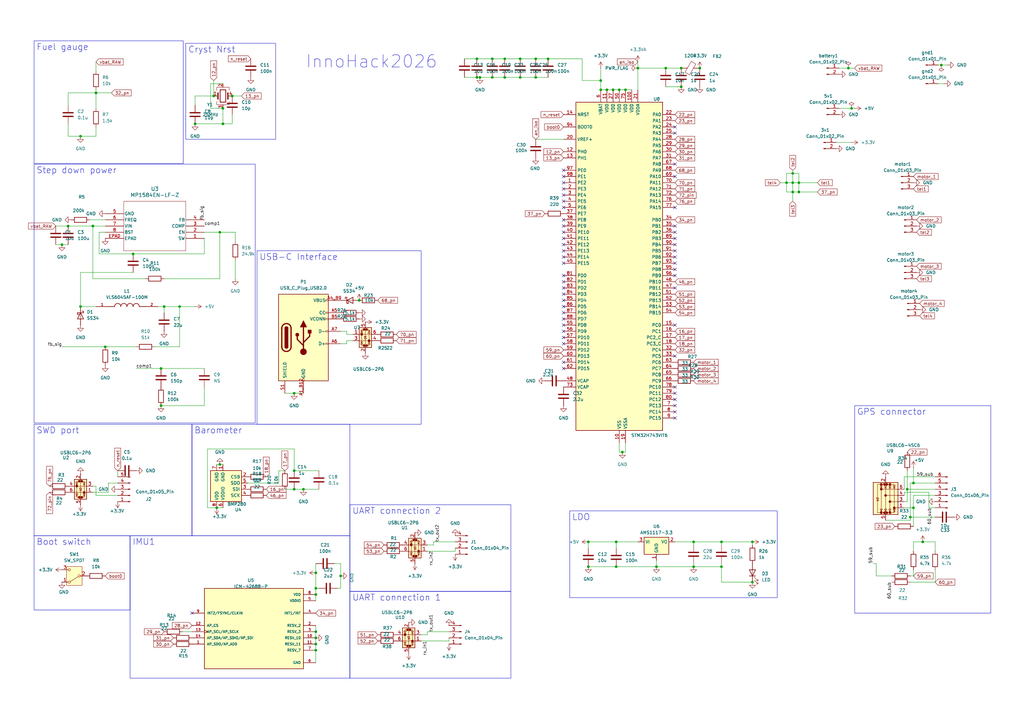
<source format=kicad_sch>
(kicad_sch (version 20250114) (generator "eeschema") (generator_version "9.0")
  (paper "A3")
  (title_block (title "flight controller by Ritwick Rentala") (date "2025-12-28"))
  (lib_symbols
    (symbol "Connector:Conn_01x01_Pin" (pin_names (offset 1.016) (hide yes))
      (property "Reference" "J" (at 0 2.54 0))
      (property "Value" "Conn_01x01_Pin" (at 0 -2.54 0))
      (symbol "Conn_01x01_Pin_1_1"
        (pin passive line (at 5.08 0 180) (length 3.81) (name "Pin_1") (number "1"))
      )
    )
    (symbol "Connector:Conn_01x02_Pin" (pin_names (offset 1.016) (hide yes))
      (property "Reference" "J" (at 0 2.54 0))
      (property "Value" "Conn_01x02_Pin" (at 0 -5.08 0))
      (symbol "Conn_01x02_Pin_1_1"
        (pin passive line (at 5.08 0 180) (length 3.81) (name "Pin_1") (number "1"))
        (pin passive line (at 5.08 -2.54 180) (length 3.81) (name "Pin_2") (number "2"))
      )
    )
    (symbol "Connector:Conn_01x03_Pin" (pin_names (offset 1.016) (hide yes))
      (property "Reference" "J" (at 0 5.08 0))
      (property "Value" "Conn_01x03_Pin" (at 0 -5.08 0))
      (symbol "Conn_01x03_Pin_1_1"
        (pin passive line (at 5.08 2.54 180) (length 3.81) (name "Pin_1") (number "1"))
        (pin passive line (at 5.08 0 180) (length 3.81) (name "Pin_2") (number "2"))
        (pin passive line (at 5.08 -2.54 180) (length 3.81) (name "Pin_3") (number "3"))
      )
    )
    (symbol "Connector:Conn_01x04_Pin" (pin_names (offset 1.016) (hide yes))
      (property "Reference" "J" (at 0 5.08 0))
      (property "Value" "Conn_01x04_Pin" (at 0 -7.62 0))
      (symbol "Conn_01x04_Pin_1_1"
        (pin passive line (at 5.08 2.54 180) (length 3.81) (name "Pin_1") (number "1"))
        (pin passive line (at 5.08 0 180) (length 3.81) (name "Pin_2") (number "2"))
        (pin passive line (at 5.08 -2.54 180) (length 3.81) (name "Pin_3") (number "3"))
        (pin passive line (at 5.08 -5.08 180) (length 3.81) (name "Pin_4") (number "4"))
      )
    )
    (symbol "Connector:Conn_01x05_Pin" (pin_names (offset 1.016) (hide yes))
      (property "Reference" "J" (at 0 7.62 0))
      (property "Value" "Conn_01x05_Pin" (at 0 -7.62 0))
      (symbol "Conn_01x05_Pin_1_1"
        (pin passive line (at 5.08 5.08 180) (length 3.81) (name "Pin_1") (number "1"))
        (pin passive line (at 5.08 2.54 180) (length 3.81) (name "Pin_2") (number "2"))
        (pin passive line (at 5.08 0 180) (length 3.81) (name "Pin_3") (number "3"))
        (pin passive line (at 5.08 -2.54 180) (length 3.81) (name "Pin_4") (number "4"))
        (pin passive line (at 5.08 -5.08 180) (length 3.81) (name "Pin_5") (number "5"))
      )
    )
    (symbol "Connector:Conn_01x06_Pin" (pin_names (offset 1.016) (hide yes))
      (property "Reference" "J" (at 0 7.62 0))
      (property "Value" "Conn_01x06_Pin" (at 0 -10.16 0))
      (symbol "Conn_01x06_Pin_1_1"
        (pin passive line (at 5.08 5.08 180) (length 3.81) (name "Pin_1") (number "1"))
        (pin passive line (at 5.08 2.54 180) (length 3.81) (name "Pin_2") (number "2"))
        (pin passive line (at 5.08 0 180) (length 3.81) (name "Pin_3") (number "3"))
        (pin passive line (at 5.08 -2.54 180) (length 3.81) (name "Pin_4") (number "4"))
        (pin passive line (at 5.08 -5.08 180) (length 3.81) (name "Pin_5") (number "5"))
        (pin passive line (at 5.08 -7.62 180) (length 3.81) (name "Pin_6") (number "6"))
      )
    )
    (symbol "Connector:USB_C_Plug_USB2.0" (pin_names (offset 1.016))
      (property "Reference" "P1" (at 0 22.86 0))
      (property "Value" "USB_C_Plug_USB2.0" (at 0 20.32 0))
      (symbol "USB_C_Plug_USB2.0_1_1"
        (pin passive line (at -7.62 -22.86 90) (length 5.08) (name "SHIELD") (number "S1"))
        (pin passive line (at 0 -22.86 90) (length 5.08) (hide yes) (name "GND") (number "A12"))
        (pin passive line (at 0 -22.86 90) (length 5.08) (name "GND") (number "A1_B12"))
        (pin passive line (at 0 -22.86 90) (length 5.08) (hide yes) (name "GND") (number "B1"))
        (pin passive line (at 0 -22.86 90) (length 5.08) (hide yes) (name "GND") (number "B12"))
        (pin passive line (at 15.24 15.24 180) (length 5.08) (name "VBUS") (number "A4_B9"))
        (pin passive line (at 15.24 15.24 180) (length 5.08) (hide yes) (name "VBUS") (number "A9"))
        (pin passive line (at 15.24 15.24 180) (length 5.08) (hide yes) (name "VBUS") (number "B4"))
        (pin passive line (at 15.24 15.24 180) (length 5.08) (hide yes) (name "VBUS") (number "B9"))
        (pin bidirectional line (at 15.24 10.16 180) (length 5.08) (name "CC") (number "A5"))
        (pin bidirectional line (at 15.24 7.62 180) (length 5.08) (name "VCONN") (number "B5"))
        (pin bidirectional line (at 15.24 2.54 180) (length 5.08) (name "D-") (number "A7"))
        (pin bidirectional line (at 15.24 -2.54 180) (length 5.08) (name "D+") (number "A6"))
      )
    )
    (symbol "Device:C" (pin_numbers (hide yes)) (pin_names (offset 0.254))
      (property "Reference" "C" (at 0.635 2.54 0))
      (property "Value" "C" (at 0.635 -2.54 0))
      (symbol "C_1_1"
        (pin passive line (at 0 3.81 270) (length 2.794) (name "~") (number "1"))
        (pin passive line (at 0 -3.81 90) (length 2.794) (name "~") (number "2"))
      )
    )
    (symbol "Device:Crystal_GND23" (pin_names (offset 1.016) (hide yes))
      (property "Reference" "Y" (at 3.175 5.08 0))
      (property "Value" "Crystal_GND23" (at 3.175 3.175 0))
      (symbol "Crystal_GND23_1_1"
        (pin passive line (at -3.81 0 0) (length 1.27) (name "1") (number "1"))
        (pin passive line (at 0 5.08 270) (length 1.27) (name "2") (number "2"))
        (pin passive line (at 0 -5.08 90) (length 1.27) (name "3") (number "3"))
        (pin passive line (at 3.81 0 180) (length 1.27) (name "4") (number "4"))
      )
    )
    (symbol "Device:FerriteBead" (pin_numbers (hide yes)) (pin_names (offset 0))
      (property "Reference" "FB" (at -3.81 0.635 90))
      (property "Value" "FerriteBead" (at 3.81 0 90))
      (symbol "FerriteBead_1_1"
        (pin passive line (at 0 3.81 270) (length 2.54) (name "~") (number "1"))
        (pin passive line (at 0 -3.81 90) (length 2.54) (name "~") (number "2"))
      )
    )
    (symbol "Device:LED" (pin_numbers (hide yes)) (pin_names (offset 1.016) (hide yes))
      (property "Reference" "D" (at 0 2.54 0))
      (property "Value" "LED" (at 0 -2.54 0))
      (symbol "LED_1_1"
        (pin passive line (at -3.81 0 0) (length 2.54) (name "K") (number "1"))
        (pin passive line (at 3.81 0 180) (length 2.54) (name "A") (number "2"))
      )
    )
    (symbol "Device:R" (pin_numbers (hide yes)) (pin_names (offset 0))
      (property "Reference" "R" (at 2.032 0 90))
      (property "Value" "R" (at 0 0 90))
      (symbol "R_1_1"
        (pin passive line (at 0 3.81 270) (length 1.27) (name "~") (number "1"))
        (pin passive line (at 0 -3.81 90) (length 1.27) (name "~") (number "2"))
      )
    )
    (symbol "Diode:SS34" (pin_numbers (hide yes)) (pin_names (offset 1.016) (hide yes))
      (property "Reference" "D" (at 0 2.54 0))
      (property "Value" "SS34" (at 0 -2.54 0))
      (symbol "SS34_1_1"
        (pin passive line (at -3.81 0 0) (length 2.54) (name "K") (number "1"))
        (pin passive line (at 3.81 0 180) (length 2.54) (name "A") (number "2"))
      )
    )
    (symbol "MCU_ST_STM32H7:STM32H743VITx"
      (property "Reference" "U" (at -17.78 69.85 0))
      (property "Value" "STM32H743VITx" (at 10.16 69.85 0))
      (symbol "STM32H743VITx_1_1"
        (pin input line (at -22.86 63.5 0) (length 5.08) (name "NRST") (number "14"))
        (pin input line (at -22.86 58.42 0) (length 5.08) (name "BOOT0") (number "94"))
        (pin input line (at -22.86 53.34 0) (length 5.08) (name "VREF+") (number "20"))
        (pin bidirectional line (at -22.86 48.26 0) (length 5.08) (name "PH0") (number "12"))
        (pin bidirectional line (at -22.86 45.72 0) (length 5.08) (name "PH1") (number "13"))
        (pin bidirectional line (at -22.86 40.64 0) (length 5.08) (name "PE0") (number "97"))
        (pin bidirectional line (at -22.86 38.1 0) (length 5.08) (name "PE1") (number "98"))
        (pin bidirectional line (at -22.86 35.56 0) (length 5.08) (name "PE2") (number "1"))
        (pin bidirectional line (at -22.86 33.02 0) (length 5.08) (name "PE3") (number "2"))
        (pin bidirectional line (at -22.86 30.48 0) (length 5.08) (name "PE4") (number "3"))
        (pin bidirectional line (at -22.86 27.94 0) (length 5.08) (name "PE5") (number "4"))
        (pin bidirectional line (at -22.86 25.4 0) (length 5.08) (name "PE6") (number "5"))
        (pin bidirectional line (at -22.86 22.86 0) (length 5.08) (name "PE7") (number "37"))
        (pin bidirectional line (at -22.86 20.32 0) (length 5.08) (name "PE8") (number "38"))
        (pin bidirectional line (at -22.86 17.78 0) (length 5.08) (name "PE9") (number "39"))
        (pin bidirectional line (at -22.86 15.24 0) (length 5.08) (name "PE10") (number "40"))
        (pin bidirectional line (at -22.86 12.7 0) (length 5.08) (name "PE11") (number "41"))
        (pin bidirectional line (at -22.86 10.16 0) (length 5.08) (name "PE12") (number "42"))
        (pin bidirectional line (at -22.86 7.62 0) (length 5.08) (name "PE13") (number "43"))
        (pin bidirectional line (at -22.86 5.08 0) (length 5.08) (name "PE14") (number "44"))
        (pin bidirectional line (at -22.86 2.54 0) (length 5.08) (name "PE15") (number "45"))
        (pin bidirectional line (at -22.86 -2.54 0) (length 5.08) (name "PD0") (number "81"))
        (pin bidirectional line (at -22.86 -5.08 0) (length 5.08) (name "PD1") (number "82"))
        (pin bidirectional line (at -22.86 -7.62 0) (length 5.08) (name "PD2") (number "83"))
        (pin bidirectional line (at -22.86 -10.16 0) (length 5.08) (name "PD3") (number "84"))
        (pin bidirectional line (at -22.86 -12.7 0) (length 5.08) (name "PD4") (number "85"))
        (pin bidirectional line (at -22.86 -15.24 0) (length 5.08) (name "PD5") (number "86"))
        (pin bidirectional line (at -22.86 -17.78 0) (length 5.08) (name "PD6") (number "87"))
        (pin bidirectional line (at -22.86 -20.32 0) (length 5.08) (name "PD7") (number "88"))
        (pin bidirectional line (at -22.86 -22.86 0) (length 5.08) (name "PD8") (number "55"))
        (pin bidirectional line (at -22.86 -25.4 0) (length 5.08) (name "PD9") (number "56"))
        (pin bidirectional line (at -22.86 -27.94 0) (length 5.08) (name "PD10") (number "57"))
        (pin bidirectional line (at -22.86 -30.48 0) (length 5.08) (name "PD11") (number "58"))
        (pin bidirectional line (at -22.86 -33.02 0) (length 5.08) (name "PD12") (number "59"))
        (pin bidirectional line (at -22.86 -35.56 0) (length 5.08) (name "PD13") (number "60"))
        (pin bidirectional line (at -22.86 -38.1 0) (length 5.08) (name "PD14") (number "61"))
        (pin bidirectional line (at -22.86 -40.64 0) (length 5.08) (name "PD15") (number "62"))
        (pin power_out line (at -22.86 -45.72 0) (length 5.08) (name "VCAP") (number "48"))
        (pin power_out line (at -22.86 -48.26 0) (length 5.08) (name "VCAP") (number "73"))
        (pin power_in line (at -7.62 73.66 270) (length 5.08) (name "VBAT") (number "6"))
        (pin power_in line (at -5.08 73.66 270) (length 5.08) (name "VDD") (number "11"))
        (pin power_in line (at -2.54 73.66 270) (length 5.08) (name "VDD") (number "27"))
        (pin power_in line (at 0 73.66 270) (length 5.08) (name "VDD") (number "50"))
        (pin power_in line (at 0 -71.12 90) (length 5.08) (name "VSS") (number "10"))
        (pin passive line (at 0 -71.12 90) (length 5.08) (hide yes) (name "VSS") (number "26"))
        (pin passive line (at 0 -71.12 90) (length 5.08) (hide yes) (name "VSS") (number "49"))
        (pin passive line (at 0 -71.12 90) (length 5.08) (hide yes) (name "VSS") (number "74"))
        (pin passive line (at 0 -71.12 90) (length 5.08) (hide yes) (name "VSS") (number "99"))
        (pin power_in line (at 2.54 73.66 270) (length 5.08) (name "VDD") (number "75"))
        (pin power_in line (at 2.54 -71.12 90) (length 5.08) (name "VSSA") (number "19"))
        (pin power_in line (at 5.08 73.66 270) (length 5.08) (name "VDD") (number "100"))
        (pin power_in line (at 7.62 73.66 270) (length 5.08) (name "VDDA") (number "21"))
        (pin bidirectional line (at 22.86 63.5 180) (length 5.08) (name "PA0") (number "22"))
        (pin bidirectional line (at 22.86 60.96 180) (length 5.08) (name "PA1") (number "23"))
        (pin bidirectional line (at 22.86 58.42 180) (length 5.08) (name "PA2") (number "24"))
        (pin bidirectional line (at 22.86 55.88 180) (length 5.08) (name "PA3") (number "25"))
        (pin bidirectional line (at 22.86 53.34 180) (length 5.08) (name "PA4") (number "28"))
        (pin bidirectional line (at 22.86 50.8 180) (length 5.08) (name "PA5") (number "29"))
        (pin bidirectional line (at 22.86 48.26 180) (length 5.08) (name "PA6") (number "30"))
        (pin bidirectional line (at 22.86 45.72 180) (length 5.08) (name "PA7") (number "31"))
        (pin bidirectional line (at 22.86 43.18 180) (length 5.08) (name "PA8") (number "67"))
        (pin bidirectional line (at 22.86 40.64 180) (length 5.08) (name "PA9") (number "68"))
        (pin bidirectional line (at 22.86 38.1 180) (length 5.08) (name "PA10") (number "69"))
        (pin bidirectional line (at 22.86 35.56 180) (length 5.08) (name "PA11") (number "70"))
        (pin bidirectional line (at 22.86 33.02 180) (length 5.08) (name "PA12") (number "71"))
        (pin bidirectional line (at 22.86 30.48 180) (length 5.08) (name "PA13") (number "72"))
        (pin bidirectional line (at 22.86 27.94 180) (length 5.08) (name "PA14") (number "76"))
        (pin bidirectional line (at 22.86 25.4 180) (length 5.08) (name "PA15") (number "77"))
        (pin bidirectional line (at 22.86 20.32 180) (length 5.08) (name "PB0") (number "34"))
        (pin bidirectional line (at 22.86 17.78 180) (length 5.08) (name "PB1") (number "35"))
        (pin bidirectional line (at 22.86 15.24 180) (length 5.08) (name "PB2") (number "36"))
        (pin bidirectional line (at 22.86 12.7 180) (length 5.08) (name "PB3") (number "89"))
        (pin bidirectional line (at 22.86 10.16 180) (length 5.08) (name "PB4") (number "90"))
        (pin bidirectional line (at 22.86 7.62 180) (length 5.08) (name "PB5") (number "91"))
        (pin bidirectional line (at 22.86 5.08 180) (length 5.08) (name "PB6") (number "92"))
        (pin bidirectional line (at 22.86 2.54 180) (length 5.08) (name "PB7") (number "93"))
        (pin bidirectional line (at 22.86 0 180) (length 5.08) (name "PB8") (number "95"))
        (pin bidirectional line (at 22.86 -2.54 180) (length 5.08) (name "PB9") (number "96"))
        (pin bidirectional line (at 22.86 -5.08 180) (length 5.08) (name "PB10") (number "46"))
        (pin bidirectional line (at 22.86 -7.62 180) (length 5.08) (name "PB11") (number "47"))
        (pin bidirectional line (at 22.86 -10.16 180) (length 5.08) (name "PB12") (number "51"))
        (pin bidirectional line (at 22.86 -12.7 180) (length 5.08) (name "PB13") (number "52"))
        (pin bidirectional line (at 22.86 -15.24 180) (length 5.08) (name "PB14") (number "53"))
        (pin bidirectional line (at 22.86 -17.78 180) (length 5.08) (name "PB15") (number "54"))
        (pin bidirectional line (at 22.86 -22.86 180) (length 5.08) (name "PC0") (number "15"))
        (pin bidirectional line (at 22.86 -25.4 180) (length 5.08) (name "PC1") (number "16"))
        (pin bidirectional line (at 22.86 -27.94 180) (length 5.08) (name "PC2_C") (number "17"))
        (pin bidirectional line (at 22.86 -30.48 180) (length 5.08) (name "PC3_C") (number "18"))
        (pin bidirectional line (at 22.86 -33.02 180) (length 5.08) (name "PC4") (number "32"))
        (pin bidirectional line (at 22.86 -35.56 180) (length 5.08) (name "PC5") (number "33"))
        (pin bidirectional line (at 22.86 -38.1 180) (length 5.08) (name "PC6") (number "63"))
        (pin bidirectional line (at 22.86 -40.64 180) (length 5.08) (name "PC7") (number "64"))
        (pin bidirectional line (at 22.86 -43.18 180) (length 5.08) (name "PC8") (number "65"))
        (pin bidirectional line (at 22.86 -45.72 180) (length 5.08) (name "PC9") (number "66"))
        (pin bidirectional line (at 22.86 -48.26 180) (length 5.08) (name "PC10") (number "78"))
        (pin bidirectional line (at 22.86 -50.8 180) (length 5.08) (name "PC11") (number "79"))
        (pin bidirectional line (at 22.86 -53.34 180) (length 5.08) (name "PC12") (number "80"))
        (pin bidirectional line (at 22.86 -55.88 180) (length 5.08) (name "PC13") (number "7"))
        (pin bidirectional line (at 22.86 -58.42 180) (length 5.08) (name "PC14") (number "8"))
        (pin bidirectional line (at 22.86 -60.96 180) (length 5.08) (name "PC15") (number "9"))
      )
    )
    (symbol "Power_Protection:USBLC6-2P6" (pin_names (hide yes))
      (property "Reference" "U" (at 0.635 5.715 0))
      (property "Value" "USBLC6-2P6" (at 0.635 3.81 0))
      (symbol "USBLC6-2P6_1_1"
        (pin passive line (at -5.08 0 0) (length 2.54) (name "I/O1") (number "1"))
        (pin passive line (at -5.08 -2.54 0) (length 2.54) (name "I/O2") (number "3"))
        (pin passive line (at 0 5.08 270) (length 2.54) (name "VBUS") (number "5"))
        (pin passive line (at 0 -7.62 90) (length 2.54) (name "GND") (number "2"))
        (pin passive line (at 5.08 0 180) (length 2.54) (name "I/O1") (number "6"))
        (pin passive line (at 5.08 -2.54 180) (length 2.54) (name "I/O2") (number "4"))
      )
    )
    (symbol "Power_Protection:USBLC6-4SC6" (pin_names (hide yes))
      (property "Reference" "U" (at 1.27 9.525 0))
      (property "Value" "USBLC6-4SC6" (at 1.27 6.985 0))
      (symbol "USBLC6-4SC6_1_1"
        (pin passive line (at -7.62 2.54 0) (length 2.54) (name "I/O1") (number "1"))
        (pin passive line (at -7.62 0 0) (length 2.54) (name "I/O2") (number "3"))
        (pin passive line (at -7.62 -2.54 0) (length 2.54) (name "I/O3") (number "4"))
        (pin passive line (at -7.62 -5.08 0) (length 2.54) (name "I/O4") (number "6"))
        (pin passive line (at 0 7.62 270) (length 2.54) (name "VBUS") (number "5"))
        (pin passive line (at 0 -10.16 90) (length 2.54) (name "GND") (number "2"))
      )
    )
    (symbol "Regulator_Linear:AMS1117-3.3"
      (property "Reference" "U" (at -3.81 3.175 0))
      (property "Value" "AMS1117-3.3" (at 0 3.175 0))
      (symbol "AMS1117-3.3_1_1"
        (pin power_in line (at -7.62 0 0) (length 2.54) (name "VI") (number "3"))
        (pin power_in line (at 0 -7.62 90) (length 2.54) (name "GND") (number "1"))
        (pin power_out line (at 7.62 0 180) (length 2.54) (name "VO") (number "2"))
      )
    )
    (symbol "Sensor_Pressure:BMP280"
      (property "Reference" "U" (at -7.62 10.16 0))
      (property "Value" "BMP280" (at 5.08 10.16 0))
      (symbol "BMP280_1_1"
        (pin input line (at -10.16 5.08 0) (length 2.54) (name "SCK") (number "4"))
        (pin bidirectional line (at -10.16 2.54 0) (length 2.54) (name "SDI") (number "3"))
        (pin bidirectional line (at -10.16 0 0) (length 2.54) (name "SDO") (number "5"))
        (pin input line (at -10.16 -2.54 0) (length 2.54) (name "CSB") (number "2"))
        (pin power_in line (at 0 10.16 270) (length 2.54) (name "VDDIO") (number "6"))
        (pin power_in line (at 0 -7.62 90) (length 2.54) (name "GND") (number "1"))
        (pin power_in line (at 2.54 10.16 270) (length 2.54) (name "VDD") (number "8"))
        (pin power_in line (at 2.54 -7.62 90) (length 2.54) (name "GND") (number "7"))
      )
    )
    (symbol "Switch:SW_SPDT" (pin_names (offset 0) (hide yes))
      (property "Reference" "SW" (at 0 5.08 0))
      (property "Value" "SW_SPDT" (at 0 -5.08 0))
      (symbol "SW_SPDT_1_1"
        (pin passive line (at -5.08 0 0) (length 2.54) (name "B") (number "2"))
        (pin passive line (at 5.08 2.54 180) (length 2.54) (name "A") (number "1"))
        (pin passive line (at 5.08 -2.54 180) (length 2.54) (name "C") (number "3"))
      )
    )
    (symbol "imu:ICM-42688-P" (pin_names (offset 1.016))
      (property "Reference" "U" (at -20.32 16.002 0))
      (property "Value" "ICM-42688-P" (at -20.32 -20.32 0))
      (symbol "ICM-42688-P_0_0"
        (pin bidirectional line (at -25.4 5.08 0) (length 5.08) (name "INT2/FSYNC/CLKIN") (number "9"))
        (pin input line (at -25.4 0 0) (length 5.08) (name "AP_CS") (number "12"))
        (pin input clock (at -25.4 -2.54 0) (length 5.08) (name "AP_SCL/AP_SCLK") (number "13"))
        (pin bidirectional line (at -25.4 -5.08 0) (length 5.08) (name "AP_SDA/AP_SDIO/AP_SDI") (number "14"))
        (pin bidirectional line (at -25.4 -7.62 0) (length 5.08) (name "AP_SDO/AP_AD0") (number "1"))
        (pin power_in line (at 25.4 12.7 180) (length 5.08) (name "VDD") (number "8"))
        (pin power_in line (at 25.4 10.16 180) (length 5.08) (name "VDDIO") (number "5"))
        (pin output line (at 25.4 5.08 180) (length 5.08) (name "INT1/INT") (number "4"))
        (pin passive line (at 25.4 0 180) (length 5.08) (name "RESV_2") (number "2"))
        (pin passive line (at 25.4 -2.54 180) (length 5.08) (name "RESV_3") (number "3"))
        (pin passive line (at 25.4 -5.08 180) (length 5.08) (name "RESV_10") (number "10"))
        (pin passive line (at 25.4 -7.62 180) (length 5.08) (name "RESV_11") (number "11"))
        (pin passive line (at 25.4 -10.16 180) (length 5.08) (name "RESV_7") (number "7"))
        (pin power_in line (at 25.4 -15.24 180) (length 5.08) (name "GND") (number "6"))
      )
    )
    (symbol "ind:VLS6045AF-100M" (pin_names (offset 1.016))
      (property "Reference" "L" (at -10.16 5.08 0))
      (property "Value" "VLS6045AF-100M" (at -10.16 -5.08 0))
      (symbol "VLS6045AF-100M_0_0"
        (pin passive line (at -12.7 0 0) (length 5.08) (name "~") (number "1"))
        (pin passive line (at 12.7 0 180) (length 5.08) (name "~") (number "2"))
      )
    )
    (symbol "mp_sw:MP1584EN-LF-Z" (pin_names (offset 0.254))
      (property "Reference" "U3" (at 20.32 -20.32 0))
      (property "Value" "MP1584EN-LF-Z" (at 20.32 -17.78 0))
      (symbol "MP1584EN-LF-Z_0_1"
        (pin output line (at 0 0 0) (length 7.62) (name "SW") (number "1"))
        (pin input line (at 0 -2.54 0) (length 7.62) (name "EN") (number "2"))
        (pin output line (at 0 -5.08 0) (length 7.62) (name "COMP") (number "3"))
        (pin input line (at 0 -7.62 0) (length 7.62) (name "FB") (number "4"))
        (pin unspecified line (at 40.64 -2.54 180) (length 7.62) (name "BST") (number "8"))
        (pin power_in line (at 40.64 -5.08 180) (length 7.62) (name "VIN") (number "7"))
        (pin input line (at 40.64 -7.62 180) (length 7.62) (name "FREQ") (number "6"))
      )
      (symbol "MP1584EN-LF-Z_1_1"
        (pin passive line (at 40.64 0 180) (length 7.62) (name "EPAD") (number "EPAD"))
        (pin passive line (at 40.64 -10.16 180) (length 7.62) (name "GND") (number "5"))
      )
    )
    (symbol "power:+3.3V" (power) (pin_numbers (hide yes)) (pin_names (offset 0) (hide yes))
      (property "Value" "+3.3V" (at 0 3.556 0))
      (symbol "+3.3V_1_1"
        (pin power_in line (at 0 0 90) (length 0) (name "~") (number "1"))
      )
    )
    (symbol "power:+3.3VA" (power) (pin_numbers (hide yes)) (pin_names (offset 0) (hide yes))
      (property "Value" "+3.3VA" (at 0 3.556 0))
      (symbol "+3.3VA_1_1"
        (pin power_in line (at 0 0 90) (length 0) (name "~") (number "1"))
      )
    )
    (symbol "power:+5V" (power) (pin_numbers (hide yes)) (pin_names (offset 0) (hide yes))
      (property "Value" "+5V" (at 0 3.556 0))
      (symbol "+5V_1_1"
        (pin power_in line (at 0 0 90) (length 0) (name "~") (number "1"))
      )
    )
    (symbol "power:GND" (power) (pin_numbers (hide yes)) (pin_names (offset 0) (hide yes))
      (property "Value" "GND" (at 0 -3.81 0))
      (symbol "GND_1_1"
        (pin power_in line (at 0 0 270) (length 0) (name "~") (number "1"))
      )
    )
    (symbol "power:PWR_FLAG" (power) (pin_numbers (hide yes)) (pin_names (offset 0) (hide yes))
      (property "Value" "PWR_FLAG" (at 0 3.81 0))
      (symbol "PWR_FLAG_0_0"
        (pin power_out line (at 0 0 90) (length 0) (name "~") (number "1"))
      )
    )
  )
  (text "InnoHack2026" (at 152.4 25.4 0) (effects (font (size 5.08 5.08))))
  (text_box "Fuel gauge" (at 13.97 16.764 0) (size 61.214 50.292) (margins 0.9525 0.9525 0.9525 0.9525) (effects (font (size 2.54 2.54)) (justify left top)))
  (text_box "LDO" (at 233.68 209.55 0) (size 85.09 35.56) (margins 0.9525 0.9525 0.9525 0.9525) (effects (font (size 2.54 2.54)) (justify left top)))
  (text_box "USB-C Interface" (at 105.41 102.87 0) (size 67.31 71.12) (margins 0.9525 0.9525 0.9525 0.9525) (effects (font (size 2.54 2.54)) (justify left top)))
  (text_box "Step down power" (at 13.97 67.31 0) (size 90.678 106.172) (margins 0.9525 0.9525 0.9525 0.9525) (effects (font (size 2.54 2.54)) (justify left top)))
  (text_box "UART connection 1" (at 143.51 242.57 0) (size 66.04 35.56) (margins 0.9525 0.9525 0.9525 0.9525) (effects (font (size 2.54 2.54)) (justify left top)))
  (text_box "SWD port" (at 13.97 173.99 0) (size 64.77 45.72) (margins 0.9525 0.9525 0.9525 0.9525) (effects (font (size 2.54 2.54)) (justify left top)))
  (text_box "UART connection 2\n" (at 143.51 207.01 0) (size 66.04 35.56) (margins 0.9525 0.9525 0.9525 0.9525) (effects (font (size 2.54 2.54)) (justify left top)))
  (text_box "GPS connector" (at 350.52 166.37 0) (size 55.88 85.09) (margins 0.9525 0.9525 0.9525 0.9525) (effects (font (size 2.54 2.54)) (justify left top)))
  (text_box "Barometer" (at 78.74 173.99 0) (size 64.77 45.72) (margins 0.9525 0.9525 0.9525 0.9525) (effects (font (size 2.54 2.54)) (justify left top)))
  (text_box "Cryst Nrst" (at 76.2 17.78 0) (size 36.83 39.37) (margins 0.9525 0.9525 0.9525 0.9525) (effects (font (size 2.54 2.54)) (justify left top)))
  (text_box "IMU1 " (at 53.34 219.71 0) (size 90.17 58.42) (margins 0.9525 0.9525 0.9525 0.9525) (effects (font (size 2.54 2.54)) (justify left top)))
  (text_box "Boot switch" (at 13.97 219.71 0) (size 39.37 30.48) (margins 0.9525 0.9525 0.9525 0.9525) (effects (font (size 2.54 2.54)) (justify left top)))
  (junction (at 129.54 261.62))
  (junction (at 67.31 125.73))
  (junction (at 252.73 222.25))
  (junction (at 279.4 27.94))
  (junction (at 33.02 125.73))
  (junction (at 219.71 31.75))
  (junction (at 213.36 31.75))
  (junction (at 38.1 92.71))
  (junction (at 207.01 24.13))
  (junction (at 25.4 100.33))
  (junction (at 90.17 95.25))
  (junction (at 129.54 259.08))
  (junction (at 327.66 78.74))
  (junction (at 95.25 39.37))
  (junction (at 147.32 123.19))
  (junction (at 325.12 78.74))
  (junction (at 80.01 50.8))
  (junction (at 295.91 232.41))
  (junction (at 246.38 33.02))
  (junction (at 372.11 200.66))
  (junction (at 27.94 92.71))
  (junction (at 129.54 234.95))
  (junction (at 120.65 161.29))
  (junction (at 325.12 71.12))
  (junction (at 73.66 125.73))
  (junction (at 322.58 74.93))
  (junction (at 195.58 31.75))
  (junction (at 284.48 232.41))
  (junction (at 129.54 241.3))
  (junction (at 196.85 31.75))
  (junction (at 87.63 39.37))
  (junction (at 129.54 266.7))
  (junction (at 213.36 24.13))
  (junction (at 88.9 208.28))
  (junction (at 374.65 208.28))
  (junction (at 120.65 193.04))
  (junction (at 269.24 232.41))
  (junction (at 207.01 31.75))
  (junction (at 349.25 44.45))
  (junction (at 120.65 200.66))
  (junction (at 91.44 50.8))
  (junction (at 201.93 24.13))
  (junction (at 201.93 31.75))
  (junction (at 43.18 142.24))
  (junction (at 308.61 222.25))
  (junction (at 241.3 232.41))
  (junction (at 378.46 222.25))
  (junction (at 374.65 198.12))
  (junction (at 261.62 27.94))
  (junction (at 90.17 190.5))
  (junction (at 256.54 36.83))
  (junction (at 254 36.83))
  (junction (at 255.27 185.42))
  (junction (at 224.79 24.13))
  (junction (at 248.92 36.83))
  (junction (at 284.48 222.25))
  (junction (at 347.98 27.94))
  (junction (at 287.02 27.94))
  (junction (at 251.46 36.83))
  (junction (at 273.05 27.94))
  (junction (at 327.66 74.93))
  (junction (at 295.91 222.25))
  (junction (at 386.08 26.67))
  (junction (at 279.4 35.56))
  (junction (at 325.12 74.93))
  (junction (at 195.58 24.13))
  (junction (at 33.02 55.88))
  (junction (at 66.04 151.13))
  (junction (at 39.37 38.1))
  (junction (at 241.3 222.25))
  (junction (at 308.61 238.76))
  (junction (at 91.44 44.45))
  (junction (at 124.46 200.66))
  (junction (at 219.71 24.13))
  (junction (at 54.61 104.14))
  (junction (at 129.54 264.16))
  (junction (at 66.04 166.37))
  (junction (at 252.73 232.41))
  (junction (at 246.38 36.83))
  (junction (at 139.7 236.22))
  (junction (at 129.54 243.84))
  (junction (at 373.38 212.09))
  (no_connect (at 276.86 72.39))
  (no_connect (at 276.86 85.09))
  (no_connect (at 276.86 92.71))
  (no_connect (at 231.14 107.95))
  (no_connect (at 231.14 69.85))
  (no_connect (at 231.14 123.19))
  (no_connect (at 276.86 52.07))
  (no_connect (at 276.86 95.25))
  (no_connect (at 276.86 163.83))
  (no_connect (at 231.14 74.93))
  (no_connect (at 231.14 80.01))
  (no_connect (at 276.86 166.37))
  (no_connect (at 231.14 92.71))
  (no_connect (at 231.14 102.87))
  (no_connect (at 276.86 171.45))
  (no_connect (at 231.14 77.47))
  (no_connect (at 231.14 120.65))
  (no_connect (at 231.14 100.33))
  (no_connect (at 276.86 97.79))
  (no_connect (at 276.86 100.33))
  (no_connect (at 231.14 128.27))
  (no_connect (at 276.86 107.95))
  (no_connect (at 231.14 138.43))
  (no_connect (at 276.86 113.03))
  (no_connect (at 231.14 72.39))
  (no_connect (at 276.86 102.87))
  (no_connect (at 231.14 85.09))
  (no_connect (at 276.86 54.61))
  (no_connect (at 231.14 148.59))
  (no_connect (at 231.14 125.73))
  (no_connect (at 276.86 118.11))
  (no_connect (at 276.86 146.05))
  (no_connect (at 231.14 97.79))
  (no_connect (at 276.86 110.49))
  (no_connect (at 231.14 115.57))
  (no_connect (at 231.14 130.81))
  (no_connect (at 78.74 251.46))
  (no_connect (at 231.14 105.41))
  (no_connect (at 231.14 151.13))
  (no_connect (at 276.86 168.91))
  (no_connect (at 231.14 140.97))
  (no_connect (at 276.86 105.41))
  (no_connect (at 231.14 95.25))
  (no_connect (at 276.86 133.35))
  (no_connect (at 231.14 135.89))
  (no_connect (at 231.14 118.11))
  (no_connect (at 231.14 113.03))
  (no_connect (at 231.14 82.55))
  (no_connect (at 231.14 90.17))
  (no_connect (at 276.86 161.29))
  (no_connect (at 276.86 67.31))
  (no_connect (at 231.14 133.35))
  (no_connect (at 276.86 158.75))
  (wire (pts (xy 224.79 24.13) (xy 238.76 24.13)))
  (wire (pts (xy 48.26 198.12) (xy 44.45 198.12)))
  (wire (pts (xy 39.37 38.1) (xy 45.72 38.1)))
  (wire (pts (xy 83.82 104.14) (xy 54.61 104.14)))
  (wire (pts (xy 85.09 184.15) (xy 120.65 184.15)))
  (wire (pts (xy 120.65 193.04) (xy 130.81 193.04)))
  (wire (pts (xy 238.76 33.02) (xy 246.38 33.02)))
  (wire (pts (xy 87.63 39.37) (xy 80.01 39.37)))
  (wire (pts (xy 80.01 50.8) (xy 91.44 50.8)))
  (wire (pts (xy 73.66 125.73) (xy 80.01 125.73)))
  (wire (pts (xy 256.54 36.83) (xy 259.08 36.83)))
  (wire (pts (xy 142.24 137.16) (xy 144.78 137.16)))
  (wire (pts (xy 295.91 222.25) (xy 308.61 222.25)))
  (wire (pts (xy 177.8 222.25) (xy 177.8 223.52)))
  (wire (pts (xy 83.82 95.25) (xy 90.17 95.25)))
  (wire (pts (xy 129.54 266.7) (xy 129.54 271.78)))
  (wire (pts (xy 213.36 24.13) (xy 219.71 24.13)))
  (wire (pts (xy 383.54 203.2) (xy 374.65 203.2)))
  (wire (pts (xy 325.12 71.12) (xy 322.58 71.12)))
  (wire (pts (xy 40.64 104.14) (xy 54.61 104.14)))
  (wire (pts (xy 373.38 213.36) (xy 373.38 212.09)))
  (wire (pts (xy 129.54 256.54) (xy 129.54 259.08)))
  (wire (pts (xy 370.84 195.58) (xy 370.84 200.66)))
  (wire (pts (xy 378.46 222.25) (xy 383.54 222.25)))
  (wire (pts (xy 129.54 259.08) (xy 129.54 261.62)))
  (wire (pts (xy 124.46 200.66) (xy 130.81 200.66)))
  (wire (pts (xy 90.17 95.25) (xy 90.17 114.3)))
  (wire (pts (xy 241.3 224.79) (xy 241.3 222.25)))
  (wire (pts (xy 96.52 106.68) (xy 96.52 114.3)))
  (wire (pts (xy 241.3 232.41) (xy 252.73 232.41)))
  (wire (pts (xy 74.93 259.08) (xy 78.74 259.08)))
  (wire (pts (xy 142.24 135.89) (xy 142.24 137.16)))
  (wire (pts (xy 114.3 198.12) (xy 114.3 193.04)))
  (wire (pts (xy 219.71 57.15) (xy 231.14 57.15)))
  (wire (pts (xy 370.84 205.74) (xy 372.11 205.74)))
  (wire (pts (xy 320.04 74.93) (xy 322.58 74.93)))
  (wire (pts (xy 116.84 200.66) (xy 120.65 200.66)))
  (wire (pts (xy 139.7 236.22) (xy 139.7 231.14)))
  (wire (pts (xy 39.37 38.1) (xy 39.37 44.45)))
  (wire (pts (xy 55.88 151.13) (xy 66.04 151.13)))
  (wire (pts (xy 195.58 31.75) (xy 196.85 31.75)))
  (wire (pts (xy 175.26 260.35) (xy 172.72 260.35)))
  (wire (pts (xy 284.48 232.41) (xy 295.91 232.41)))
  (wire (pts (xy 88.9 190.5) (xy 90.17 190.5)))
  (wire (pts (xy 374.65 233.68) (xy 374.65 236.22)))
  (wire (pts (xy 344.17 44.45) (xy 349.25 44.45)))
  (wire (pts (xy 342.9 58.42) (xy 349.25 58.42)))
  (wire (pts (xy 129.54 231.14) (xy 129.54 234.95)))
  (wire (pts (xy 308.61 222.25) (xy 308.61 223.52)))
  (wire (pts (xy 33.02 111.76) (xy 33.02 125.73)))
  (wire (pts (xy 370.84 195.58) (xy 383.54 195.58)))
  (wire (pts (xy 219.71 31.75) (xy 224.79 31.75)))
  (wire (pts (xy 44.45 198.12) (xy 44.45 201.93)))
  (wire (pts (xy 327.66 74.93) (xy 327.66 78.74)))
  (wire (pts (xy 370.84 201.93) (xy 381 201.93)))
  (wire (pts (xy 130.81 241.3) (xy 129.54 241.3)))
  (wire (pts (xy 22.86 100.33) (xy 25.4 100.33)))
  (wire (pts (xy 374.65 203.2) (xy 374.65 208.28)))
  (wire (pts (xy 184.15 259.08) (xy 175.26 259.08)))
  (wire (pts (xy 88.9 208.28) (xy 91.44 208.28)))
  (wire (pts (xy 139.7 241.3) (xy 138.43 241.3)))
  (wire (pts (xy 66.04 166.37) (xy 83.82 166.37)))
  (wire (pts (xy 139.7 140.97) (xy 142.24 140.97)))
  (wire (pts (xy 27.94 38.1) (xy 39.37 38.1)))
  (wire (pts (xy 85.09 208.28) (xy 85.09 184.15)))
  (wire (pts (xy 91.44 44.45) (xy 91.44 50.8)))
  (wire (pts (xy 67.31 125.73) (xy 73.66 125.73)))
  (wire (pts (xy 322.58 78.74) (xy 325.12 78.74)))
  (wire (pts (xy 95.25 46.99) (xy 95.25 50.8)))
  (wire (pts (xy 349.25 44.45) (xy 350.52 44.45)))
  (wire (pts (xy 39.37 25.4) (xy 39.37 29.21)))
  (wire (pts (xy 66.04 151.13) (xy 83.82 151.13)))
  (wire (pts (xy 284.48 222.25) (xy 295.91 222.25)))
  (wire (pts (xy 246.38 27.94) (xy 246.38 33.02)))
  (wire (pts (xy 381 208.28) (xy 383.54 208.28)))
  (wire (pts (xy 38.1 114.3) (xy 38.1 92.71)))
  (wire (pts (xy 39.37 203.2) (xy 39.37 199.39)))
  (wire (pts (xy 36.83 90.17) (xy 43.18 90.17)))
  (wire (pts (xy 175.26 226.06) (xy 186.69 226.06)))
  (wire (pts (xy 374.65 222.25) (xy 378.46 222.25)))
  (wire (pts (xy 33.02 55.88) (xy 39.37 55.88)))
  (wire (pts (xy 129.54 241.3) (xy 129.54 243.84)))
  (wire (pts (xy 91.44 34.29) (xy 86.36 34.29)))
  (wire (pts (xy 284.48 222.25) (xy 284.48 223.52)))
  (wire (pts (xy 238.76 24.13) (xy 238.76 33.02)))
  (wire (pts (xy 27.94 55.88) (xy 33.02 55.88)))
  (wire (pts (xy 273.05 27.94) (xy 261.62 27.94)))
  (wire (pts (xy 269.24 229.87) (xy 269.24 232.41)))
  (wire (pts (xy 383.54 222.25) (xy 383.54 226.06)))
  (wire (pts (xy 33.02 125.73) (xy 39.37 125.73)))
  (wire (pts (xy 101.6 198.12) (xy 114.3 198.12)))
  (wire (pts (xy 383.54 233.68) (xy 383.54 238.76)))
  (wire (pts (xy 373.38 212.09) (xy 373.38 198.12)))
  (wire (pts (xy 83.82 97.79) (xy 83.82 104.14)))
  (wire (pts (xy 350.52 27.94) (xy 347.98 27.94)))
  (wire (pts (xy 254 185.42) (xy 255.27 185.42)))
  (wire (pts (xy 177.8 223.52) (xy 175.26 223.52)))
  (wire (pts (xy 114.3 193.04) (xy 116.84 193.04)))
  (wire (pts (xy 120.65 161.29) (xy 124.46 161.29)))
  (wire (pts (xy 384.81 26.67) (xy 386.08 26.67)))
  (wire (pts (xy 374.65 191.77) (xy 374.65 198.12)))
  (wire (pts (xy 325.12 69.85) (xy 325.12 71.12)))
  (wire (pts (xy 142.24 140.97) (xy 142.24 139.7)))
  (wire (pts (xy 90.17 114.3) (xy 67.31 114.3)))
  (wire (pts (xy 27.94 43.18) (xy 27.94 38.1)))
  (wire (pts (xy 59.69 114.3) (xy 38.1 114.3)))
  (wire (pts (xy 43.18 142.24) (xy 55.88 142.24)))
  (wire (pts (xy 374.65 198.12) (xy 383.54 198.12)))
  (wire (pts (xy 373.38 238.76) (xy 383.54 238.76)))
  (wire (pts (xy 64.77 125.73) (xy 67.31 125.73)))
  (wire (pts (xy 372.11 200.66) (xy 372.11 205.74)))
  (wire (pts (xy 86.36 34.29) (xy 86.36 44.45)))
  (wire (pts (xy 129.54 264.16) (xy 129.54 266.7)))
  (wire (pts (xy 90.17 190.5) (xy 91.44 190.5)))
  (wire (pts (xy 87.63 33.02) (xy 87.63 39.37)))
  (wire (pts (xy 276.86 222.25) (xy 284.48 222.25)))
  (wire (pts (xy 327.66 74.93) (xy 335.28 74.93)))
  (wire (pts (xy 195.58 24.13) (xy 201.93 24.13)))
  (wire (pts (xy 44.45 201.93) (xy 38.1 201.93)))
  (wire (pts (xy 273.05 35.56) (xy 279.4 35.56)))
  (wire (pts (xy 219.71 24.13) (xy 224.79 24.13)))
  (wire (pts (xy 325.12 74.93) (xy 325.12 78.74)))
  (wire (pts (xy 190.5 24.13) (xy 195.58 24.13)))
  (wire (pts (xy 27.94 50.8) (xy 27.94 55.88)))
  (wire (pts (xy 384.81 34.29) (xy 387.35 34.29)))
  (wire (pts (xy 325.12 71.12) (xy 327.66 71.12)))
  (wire (pts (xy 129.54 261.62) (xy 129.54 264.16)))
  (wire (pts (xy 374.65 236.22) (xy 373.38 236.22)))
  (wire (pts (xy 335.28 78.74) (xy 327.66 78.74)))
  (wire (pts (xy 359.41 231.14) (xy 359.41 236.22)))
  (wire (pts (xy 251.46 36.83) (xy 254 36.83)))
  (wire (pts (xy 295.91 232.41) (xy 295.91 238.76)))
  (wire (pts (xy 358.14 231.14) (xy 359.41 231.14)))
  (wire (pts (xy 139.7 236.22) (xy 139.7 241.3)))
  (wire (pts (xy 39.37 36.83) (xy 39.37 38.1)))
  (wire (pts (xy 261.62 27.94) (xy 261.62 36.83)))
  (wire (pts (xy 372.11 200.66) (xy 372.11 193.04)))
  (wire (pts (xy 325.12 78.74) (xy 325.12 82.55)))
  (wire (pts (xy 373.38 198.12) (xy 374.65 198.12)))
  (wire (pts (xy 295.91 222.25) (xy 295.91 223.52)))
  (wire (pts (xy 327.66 78.74) (xy 325.12 78.74)))
  (wire (pts (xy 116.84 161.29) (xy 120.65 161.29)))
  (wire (pts (xy 129.54 234.95) (xy 129.54 241.3)))
  (wire (pts (xy 73.66 125.73) (xy 73.66 142.24)))
  (wire (pts (xy 386.08 26.67) (xy 388.62 26.67)))
  (wire (pts (xy 139.7 231.14) (xy 137.16 231.14)))
  (wire (pts (xy 322.58 74.93) (xy 325.12 74.93)))
  (wire (pts (xy 186.69 222.25) (xy 177.8 222.25)))
  (wire (pts (xy 383.54 200.66) (xy 372.11 200.66)))
  (wire (pts (xy 381 201.93) (xy 381 208.28)))
  (wire (pts (xy 252.73 222.25) (xy 252.73 224.79)))
  (wire (pts (xy 96.52 95.25) (xy 96.52 99.06)))
  (wire (pts (xy 129.54 243.84) (xy 129.54 246.38)))
  (wire (pts (xy 241.3 222.25) (xy 252.73 222.25)))
  (wire (pts (xy 255.27 185.42) (xy 256.54 185.42)))
  (wire (pts (xy 254 181.61) (xy 254 185.42)))
  (wire (pts (xy 38.1 92.71) (xy 43.18 92.71)))
  (wire (pts (xy 186.69 224.79) (xy 186.69 226.06)))
  (wire (pts (xy 73.66 142.24) (xy 63.5 142.24)))
  (wire (pts (xy 139.7 135.89) (xy 142.24 135.89)))
  (wire (pts (xy 80.01 39.37) (xy 80.01 43.18)))
  (wire (pts (xy 201.93 24.13) (xy 207.01 24.13)))
  (wire (pts (xy 327.66 71.12) (xy 327.66 74.93)))
  (wire (pts (xy 39.37 199.39) (xy 38.1 199.39)))
  (wire (pts (xy 67.31 125.73) (xy 67.31 128.27)))
  (wire (pts (xy 43.18 95.25) (xy 40.64 95.25)))
  (wire (pts (xy 91.44 50.8) (xy 95.25 50.8)))
  (wire (pts (xy 347.98 27.94) (xy 344.17 27.94)))
  (wire (pts (xy 370.84 208.28) (xy 374.65 208.28)))
  (wire (pts (xy 201.93 31.75) (xy 207.01 31.75)))
  (wire (pts (xy 22.86 92.71) (xy 27.94 92.71)))
  (wire (pts (xy 90.17 95.25) (xy 96.52 95.25)))
  (wire (pts (xy 373.38 212.09) (xy 383.54 212.09)))
  (wire (pts (xy 261.62 25.4) (xy 261.62 27.94)))
  (wire (pts (xy 175.26 259.08) (xy 175.26 260.35)))
  (wire (pts (xy 184.15 261.62) (xy 184.15 262.89)))
  (wire (pts (xy 252.73 222.25) (xy 261.62 222.25)))
  (wire (pts (xy 207.01 24.13) (xy 213.36 24.13)))
  (wire (pts (xy 256.54 181.61) (xy 256.54 185.42)))
  (wire (pts (xy 322.58 71.12) (xy 322.58 74.93)))
  (wire (pts (xy 48.26 203.2) (xy 39.37 203.2)))
  (wire (pts (xy 39.37 52.07) (xy 39.37 55.88)))
  (wire (pts (xy 48.26 193.04) (xy 48.26 195.58)))
  (wire (pts (xy 83.82 158.75) (xy 83.82 166.37)))
  (wire (pts (xy 25.4 142.24) (xy 43.18 142.24)))
  (wire (pts (xy 295.91 238.76) (xy 308.61 238.76)))
  (wire (pts (xy 374.65 208.28) (xy 374.65 215.9)))
  (wire (pts (xy 190.5 31.75) (xy 195.58 31.75)))
  (wire (pts (xy 363.22 213.36) (xy 373.38 213.36)))
  (wire (pts (xy 120.65 200.66) (xy 124.46 200.66)))
  (wire (pts (xy 252.73 232.41) (xy 269.24 232.41)))
  (wire (pts (xy 325.12 71.12) (xy 325.12 74.93)))
  (wire (pts (xy 295.91 231.14) (xy 295.91 232.41)))
  (wire (pts (xy 196.85 31.75) (xy 201.93 31.75)))
  (wire (pts (xy 269.24 232.41) (xy 284.48 232.41)))
  (wire (pts (xy 325.12 74.93) (xy 327.66 74.93)))
  (wire (pts (xy 33.02 111.76) (xy 54.61 111.76)))
  (wire (pts (xy 370.84 201.93) (xy 370.84 203.2)))
  (wire (pts (xy 25.4 100.33) (xy 27.94 100.33)))
  (wire (pts (xy 273.05 27.94) (xy 279.4 27.94)))
  (wire (pts (xy 142.24 139.7) (xy 144.78 139.7)))
  (wire (pts (xy 284.48 231.14) (xy 284.48 232.41)))
  (wire (pts (xy 322.58 74.93) (xy 322.58 78.74)))
  (wire (pts (xy 207.01 31.75) (xy 213.36 31.75)))
  (wire (pts (xy 120.65 184.15) (xy 120.65 193.04)))
  (wire (pts (xy 86.36 44.45) (xy 91.44 44.45)))
  (wire (pts (xy 213.36 31.75) (xy 219.71 31.75)))
  (wire (pts (xy 88.9 208.28) (xy 85.09 208.28)))
  (wire (pts (xy 246.38 33.02) (xy 246.38 36.83)))
  (wire (pts (xy 374.65 226.06) (xy 374.65 222.25)))
  (wire (pts (xy 246.38 36.83) (xy 248.92 36.83)))
  (wire (pts (xy 251.46 36.83) (xy 248.92 36.83)))
  (wire (pts (xy 40.64 95.25) (xy 40.64 104.14)))
  (wire (pts (xy 95.25 39.37) (xy 99.06 39.37)))
  (wire (pts (xy 172.72 262.89) (xy 184.15 262.89)))
  (wire (pts (xy 254 36.83) (xy 256.54 36.83)))
  (wire (pts (xy 27.94 92.71) (xy 38.1 92.71)))
  (wire (pts (xy 359.41 236.22) (xy 365.76 236.22)))
  (label "tx_out1" (at 177.8 259.08 90))
  (label "comp1" (at 55.88 151.13 0))
  (label "59_sub" (at 358.14 231.14 90))
  (label "fb_sig" (at 25.4 142.24 180))
  (label "tx_out2" (at 180.34 222.25 90))
  (label "59_sub" (at 375.92 195.58 0))
  (label "rx_in1" (at 175.26 262.89 270))
  (label "rx_in2" (at 177.8 226.06 270))
  (label "60_sub" (at 365.76 238.76 270))
  (label "comp1" (at 83.82 92.71 0))
  (label "60_sub" (at 382.27 208.28 270))
  (label "fb_sig" (at 83.82 90.17 90))
  (global_label "51_pn" (shape input) (at 154.94 260.35 180) (property "Intersheetrefs" "${INTERSHEET_REFS}" (effects (hide yes))))
  (global_label "34_pn" (shape input) (at 129.54 251.46 0) (property "Intersheetrefs" "${INTERSHEET_REFS}" (effects (hide yes))))
  (global_label "motor_3" (shape input) (at 284.48 153.67 0) (property "Intersheetrefs" "${INTERSHEET_REFS}" (effects (hide yes))))
  (global_label "76_pn" (shape input) (at 20.32 199.39 90) (property "Intersheetrefs" "${INTERSHEET_REFS}" (effects (hide yes))))
  (global_label "13_pn" (shape input) (at 231.14 64.77 180) (property "Intersheetrefs" "${INTERSHEET_REFS}" (effects (hide yes))))
  (global_label "71_pn" (shape input) (at 162.56 139.7 0) (property "Intersheetrefs" "${INTERSHEET_REFS}" (effects (hide yes))))
  (global_label "an_iso" (shape input) (at 219.71 57.15 90) (property "Intersheetrefs" "${INTERSHEET_REFS}" (effects (hide yes))))
  (global_label "31_pn" (shape input) (at 71.12 261.62 180) (property "Intersheetrefs" "${INTERSHEET_REFS}" (effects (hide yes))))
  (global_label "vbat_RAW" (shape input) (at 39.37 25.4 0) (property "Intersheetrefs" "${INTERSHEET_REFS}" (effects (hide yes))))
  (global_label "31_pn" (shape input) (at 276.86 64.77 0) (property "Intersheetrefs" "${INTERSHEET_REFS}" (effects (hide yes))))
  (global_label "59_pn" (shape input) (at 374.65 236.22 0) (property "Intersheetrefs" "${INTERSHEET_REFS}" (effects (hide yes))))
  (global_label "motor_4" (shape input) (at 377.19 124.46 0) (property "Intersheetrefs" "${INTERSHEET_REFS}" (effects (hide yes))))
  (global_label "vbat_RAW" (shape input) (at 22.86 92.71 180) (property "Intersheetrefs" "${INTERSHEET_REFS}" (effects (hide yes))))
  (global_label "60_pn" (shape input) (at 383.54 238.76 0) (property "Intersheetrefs" "${INTERSHEET_REFS}" (effects (hide yes))))
  (global_label "37_pn" (shape input) (at 335.28 78.74 0) (property "Intersheetrefs" "${INTERSHEET_REFS}" (effects (hide yes))))
  (global_label "16_pn" (shape input) (at 109.22 200.66 0) (property "Intersheetrefs" "${INTERSHEET_REFS}" (effects (hide yes))))
  (global_label "37_pn" (shape input) (at 223.52 87.63 180) (property "Intersheetrefs" "${INTERSHEET_REFS}" (effects (hide yes))))
  (global_label "53_pn" (shape input) (at 276.86 125.73 0) (property "Intersheetrefs" "${INTERSHEET_REFS}" (effects (hide yes))))
  (global_label "22_pn" (shape input) (at 276.86 46.99 0) (property "Intersheetrefs" "${INTERSHEET_REFS}" (effects (hide yes))))
  (global_label "30_pn" (shape input) (at 276.86 62.23 0) (property "Intersheetrefs" "${INTERSHEET_REFS}" (effects (hide yes))))
  (global_label "29_pn" (shape input) (at 276.86 59.69 0) (property "Intersheetrefs" "${INTERSHEET_REFS}" (effects (hide yes))))
  (global_label "68_pn" (shape input) (at 154.94 123.19 0) (property "Intersheetrefs" "${INTERSHEET_REFS}" (effects (hide yes))))
  (global_label "70_pn" (shape input) (at 162.56 137.16 0) (property "Intersheetrefs" "${INTERSHEET_REFS}" (effects (hide yes))))
  (global_label "tel4" (shape input) (at 320.04 74.93 180) (property "Intersheetrefs" "${INTERSHEET_REFS}" (effects (hide yes))))
  (global_label "motor_2" (shape input) (at 284.48 151.13 0) (property "Intersheetrefs" "${INTERSHEET_REFS}" (effects (hide yes))))
  (global_label "53_pn" (shape input) (at 157.48 226.06 180) (property "Intersheetrefs" "${INTERSHEET_REFS}" (effects (hide yes))))
  (global_label "46_pn" (shape input) (at 109.22 203.2 0) (property "Intersheetrefs" "${INTERSHEET_REFS}" (effects (hide yes))))
  (global_label "59_pn" (shape input) (at 231.14 143.51 180) (property "Intersheetrefs" "${INTERSHEET_REFS}" (effects (hide yes))))
  (global_label "motor_3" (shape input) (at 375.92 109.22 0) (property "Intersheetrefs" "${INTERSHEET_REFS}" (effects (hide yes))))
  (global_label "17_pn" (shape input) (at 276.86 138.43 0) (property "Intersheetrefs" "${INTERSHEET_REFS}" (effects (hide yes))))
  (global_label "60_pn" (shape input) (at 231.14 146.05 180) (property "Intersheetrefs" "${INTERSHEET_REFS}" (effects (hide yes))))
  (global_label "22_pn" (shape input) (at 372.11 185.42 0) (property "Intersheetrefs" "${INTERSHEET_REFS}" (effects (hide yes))))
  (global_label "23_pn" (shape input) (at 276.86 49.53 0) (property "Intersheetrefs" "${INTERSHEET_REFS}" (effects (hide yes))))
  (global_label "12_pn" (shape input) (at 87.63 33.02 90) (property "Intersheetrefs" "${INTERSHEET_REFS}" (effects (hide yes))))
  (global_label "28_pn" (shape input) (at 78.74 256.54 180) (property "Intersheetrefs" "${INTERSHEET_REFS}" (effects (hide yes))))
  (global_label "46_pn" (shape input) (at 276.86 115.57 0) (property "Intersheetrefs" "${INTERSHEET_REFS}" (effects (hide yes))))
  (global_label "54_pn" (shape input) (at 276.86 128.27 0) (property "Intersheetrefs" "${INTERSHEET_REFS}" (effects (hide yes))))
  (global_label "18_pn" (shape input) (at 276.86 140.97 0) (property "Intersheetrefs" "${INTERSHEET_REFS}" (effects (hide yes))))
  (global_label "54_pn" (shape input) (at 157.48 223.52 180) (property "Intersheetrefs" "${INTERSHEET_REFS}" (effects (hide yes))))
  (global_label "51_pn" (shape input) (at 276.86 120.65 0) (property "Intersheetrefs" "${INTERSHEET_REFS}" (effects (hide yes))))
  (global_label "an_iso" (shape input) (at 261.62 25.4 180) (property "Intersheetrefs" "${INTERSHEET_REFS}" (effects (hide yes))))
  (global_label "tel3" (shape input) (at 325.12 82.55 270) (property "Intersheetrefs" "${INTERSHEET_REFS}" (effects (hide yes))))
  (global_label "boot0" (shape input) (at 43.18 236.22 0) (property "Intersheetrefs" "${INTERSHEET_REFS}" (effects (hide yes))))
  (global_label "72_pin" (shape input) (at 276.86 80.01 0) (property "Intersheetrefs" "${INTERSHEET_REFS}" (effects (hide yes))))
  (global_label "motor_4" (shape input) (at 284.48 156.21 0) (property "Intersheetrefs" "${INTERSHEET_REFS}" (effects (hide yes))))
  (global_label "motor_1" (shape input) (at 374.65 72.39 0) (property "Intersheetrefs" "${INTERSHEET_REFS}" (effects (hide yes))))
  (global_label "n_reset" (shape input) (at 102.87 24.13 180) (property "Intersheetrefs" "${INTERSHEET_REFS}" (effects (hide yes))))
  (global_label "76_pn" (shape input) (at 276.86 82.55 0) (property "Intersheetrefs" "${INTERSHEET_REFS}" (effects (hide yes))))
  (global_label "tel4" (shape input) (at 377.19 129.54 0) (property "Intersheetrefs" "${INTERSHEET_REFS}" (effects (hide yes))))
  (global_label "tel2" (shape input) (at 375.92 95.25 0) (property "Intersheetrefs" "${INTERSHEET_REFS}" (effects (hide yes))))
  (global_label "30_pn" (shape input) (at 71.12 264.16 180) (property "Intersheetrefs" "${INTERSHEET_REFS}" (effects (hide yes))))
  (global_label "32_pn" (shape input) (at 45.72 38.1 0) (property "Intersheetrefs" "${INTERSHEET_REFS}" (effects (hide yes))))
  (global_label "motor_1" (shape input) (at 284.48 148.59 0) (property "Intersheetrefs" "${INTERSHEET_REFS}" (effects (hide yes))))
  (global_label "13_pn" (shape input) (at 99.06 39.37 0) (property "Intersheetrefs" "${INTERSHEET_REFS}" (effects (hide yes))))
  (global_label "52_pn" (shape input) (at 276.86 123.19 0) (property "Intersheetrefs" "${INTERSHEET_REFS}" (effects (hide yes))))
  (global_label "34_pn" (shape input) (at 276.86 90.17 0) (property "Intersheetrefs" "${INTERSHEET_REFS}" (effects (hide yes))))
  (global_label "32_pn" (shape input) (at 276.86 143.51 0) (property "Intersheetrefs" "${INTERSHEET_REFS}" (effects (hide yes))))
  (global_label "68_pn" (shape input) (at 276.86 69.85 0) (property "Intersheetrefs" "${INTERSHEET_REFS}" (effects (hide yes))))
  (global_label "tel1" (shape input) (at 374.65 77.47 0) (property "Intersheetrefs" "${INTERSHEET_REFS}" (effects (hide yes))))
  (global_label "70_pn" (shape input) (at 276.86 74.93 0) (property "Intersheetrefs" "${INTERSHEET_REFS}" (effects (hide yes))))
  (global_label "23_pn" (shape input) (at 367.03 215.9 180) (property "Intersheetrefs" "${INTERSHEET_REFS}" (effects (hide yes))))
  (global_label "71_pn" (shape input) (at 276.86 77.47 0) (property "Intersheetrefs" "${INTERSHEET_REFS}" (effects (hide yes))))
  (global_label "tel1" (shape input) (at 335.28 74.93 0) (property "Intersheetrefs" "${INTERSHEET_REFS}" (effects (hide yes))))
  (global_label "tel3" (shape input) (at 375.92 114.3 0) (property "Intersheetrefs" "${INTERSHEET_REFS}" (effects (hide yes))))
  (global_label "tel2" (shape input) (at 325.12 69.85 90) (property "Intersheetrefs" "${INTERSHEET_REFS}" (effects (hide yes))))
  (global_label "n_reset" (shape input) (at 48.26 193.04 90) (property "Intersheetrefs" "${INTERSHEET_REFS}" (effects (hide yes))))
  (global_label "16_pn" (shape input) (at 276.86 135.89 0) (property "Intersheetrefs" "${INTERSHEET_REFS}" (effects (hide yes))))
  (global_label "boot0" (shape input) (at 231.14 52.07 180) (property "Intersheetrefs" "${INTERSHEET_REFS}" (effects (hide yes))))
  (global_label "29_pn" (shape input) (at 67.31 259.08 180) (property "Intersheetrefs" "${INTERSHEET_REFS}" (effects (hide yes))))
  (global_label "18_pn" (shape input) (at 109.22 195.58 90) (property "Intersheetrefs" "${INTERSHEET_REFS}" (effects (hide yes))))
  (global_label "12_pn" (shape input) (at 231.14 62.23 180) (property "Intersheetrefs" "${INTERSHEET_REFS}" (effects (hide yes))))
  (global_label "72_pin" (shape input) (at 20.32 201.93 270) (property "Intersheetrefs" "${INTERSHEET_REFS}" (effects (hide yes))))
  (global_label "28_pn" (shape input) (at 276.86 57.15 0) (property "Intersheetrefs" "${INTERSHEET_REFS}" (effects (hide yes))))
  (global_label "52_pn" (shape input) (at 154.94 262.89 180) (property "Intersheetrefs" "${INTERSHEET_REFS}" (effects (hide yes))))
  (global_label "17_pn" (shape input) (at 116.84 193.04 90) (property "Intersheetrefs" "${INTERSHEET_REFS}" (effects (hide yes))))
  (global_label "motor_2" (shape input) (at 375.92 90.17 0) (property "Intersheetrefs" "${INTERSHEET_REFS}" (effects (hide yes))))
  (global_label "vbat_RAW" (shape input) (at 350.52 27.94 0) (property "Intersheetrefs" "${INTERSHEET_REFS}" (effects (hide yes))))
  (global_label "n_reset" (shape input) (at 231.14 46.99 180) (property "Intersheetrefs" "${INTERSHEET_REFS}" (effects (hide yes))))
  (symbol (lib_id "Device:R") (at 158.75 260.35 90) (unit 1)
    (property "Reference" "R37" (at 159.004 257.556 90))
    (property "Value" "22" (at 158.496 260.096 90))
    (property "Footprint" "Resistor_SMD:R_0805_2012Metric" (effects (hide yes)))
    (property "Description" "Resistor" (effects (hide yes)))
  )
  (symbol (lib_id "Device:R") (at 74.93 264.16 90) (unit 1)
    (property "Reference" "R15" (at 75.184 268.986 90))
    (property "Value" "22" (at 75.184 266.954 90))
    (property "Footprint" "Resistor_SMD:R_0805_2012Metric" (effects (hide yes)))
    (property "Description" "Resistor" (effects (hide yes)))
  )
  (symbol (lib_id "Device:C") (at 120.65 196.85 0) (unit 1)
    (property "Reference" "C14" (at 121.92 191.516 0) (effects (justify left)))
    (property "Value" "1u" (at 122.428 194.056 0) (effects (justify left)))
    (property "Footprint" "Capacitor_SMD:C_0201_0603Metric_Pad0.64x0.40mm_HandSolder" (effects (hide yes)))
    (property "Description" "Unpolarized capacitor" (effects (hide yes)))
  )
  (symbol (lib_id "Switch:SW_SPDT") (at 30.48 236.22 180) (unit 1)
    (property "Reference" "SW1" (at 30.48 227.33 0))
    (property "Value" "SW_SPDT" (at 30.48 229.87 0))
    (property "Footprint" "MINI-SPDT-SW:SW_MINI-SPDT-SW" (effects (hide yes)))
    (property "Description" "Switch, single pole double throw" (effects (hide yes)))
  )
  (symbol (lib_id "Device:C") (at 213.36 27.94 0) (unit 1)
    (property "Reference" "C25" (at 217.17 26.6699 0) (effects (justify left)))
    (property "Value" "100n" (at 217.17 29.2099 0) (effects (justify left)))
    (property "Footprint" "Capacitor_SMD:C_0201_0603Metric_Pad0.64x0.40mm_HandSolder" (effects (hide yes)))
    (property "Description" "Unpolarized capacitor" (effects (hide yes)))
  )
  (symbol (lib_id "Device:C") (at 52.07 193.04 90) (unit 1)
    (property "Reference" "C5" (at 52.07 185.42 90))
    (property "Value" "0.1u" (at 52.07 187.96 90))
    (property "Footprint" "Capacitor_SMD:C_0805_2012Metric_Pad1.18x1.45mm_HandSolder" (effects (hide yes)))
    (property "Description" "Unpolarized capacitor" (effects (hide yes)))
  )
  (symbol (lib_id "power:GND") (at 147.32 130.81 90) (unit 1)
    (property "Reference" "#PWR052" (effects (hide yes)))
    (property "Value" "GND" (effects (hide yes)))
    (property "Description" "Power symbol creates a global label with name \"GND\" , ground" (effects (hide yes)))
  )
  (symbol (lib_id "power:GND") (at 129.54 261.62 90) (unit 1)
    (property "Reference" "#PWR022" (effects (hide yes)))
    (property "Value" "GND" (at 134.112 262.382 0))
    (property "Description" "Power symbol creates a global label with name \"GND\" , ground" (effects (hide yes)))
  )
  (symbol (lib_id "power:+5V") (at 147.32 123.19 0) (unit 1)
    (property "Reference" "#PWR051" (effects (hide yes)))
    (property "Value" "+5V" (at 147.32 118.11 0))
    (property "Description" "Power symbol creates a global label with name \"+5V\"" (effects (hide yes)))
  )
  (symbol (lib_id "Diode:SS34") (at 143.51 123.19 0) (unit 1)
    (property "Reference" "D2" (at 143.1925 116.84 0))
    (property "Value" "SS34" (at 143.1925 119.38 0))
    (property "Footprint" "Diode_SMD:D_SMC" (effects (hide yes)))
    (property "Datasheet" "https://www.vishay.com/docs/88751/ss32.pdf" (effects (hide yes)))
    (property "Description" "40V 3A Schottky Diode, SMA" (effects (hide yes)))
  )
  (symbol (lib_id "Device:R") (at 280.67 153.67 90) (unit 1)
    (property "Reference" "R29" (at 284.988 152.4 90))
    (property "Value" "33" (at 280.924 153.924 90))
    (property "Footprint" "Resistor_SMD:R_0805_2012Metric" (effects (hide yes)))
    (property "Description" "Resistor" (effects (hide yes)))
  )
  (symbol (lib_id "Device:R") (at 74.93 261.62 90) (unit 1)
    (property "Reference" "R14" (at 70.358 252.476 90))
    (property "Value" "22" (at 70.358 253.746 90))
    (property "Footprint" "Resistor_SMD:R_0805_2012Metric" (effects (hide yes)))
    (property "Description" "Resistor" (effects (hide yes)))
  )
  (symbol (lib_id "Device:C") (at 133.35 231.14 90) (unit 1)
    (property "Reference" "C21" (at 133.35 223.52 90))
    (property "Value" "100n" (at 133.35 226.06 90))
    (property "Footprint" "Capacitor_SMD:C_0201_0603Metric_Pad0.64x0.40mm_HandSolder" (effects (hide yes)))
    (property "Description" "Unpolarized capacitor" (effects (hide yes)))
  )
  (symbol (lib_id "Device:C") (at 252.73 228.6 0) (unit 1)
    (property "Reference" "C15" (at 256.54 227.3299 0) (effects (justify left)))
    (property "Value" "100n" (at 256.54 229.8699 0) (effects (justify left)))
    (property "Footprint" "Capacitor_SMD:C_0201_0603Metric_Pad0.64x0.40mm_HandSolder" (effects (hide yes)))
    (property "Description" "Unpolarized capacitor" (effects (hide yes)))
  )
  (symbol (lib_id "Device:R") (at 43.18 146.05 180) (unit 1)
    (property "Reference" "R9" (at 45.72 144.7799 0) (effects (justify right)))
    (property "Value" "10k" (at 45.72 147.3199 0) (effects (justify right)))
    (property "Footprint" "Resistor_SMD:R_0805_2012Metric" (effects (hide yes)))
    (property "Description" "Resistor" (effects (hide yes)))
  )
  (symbol (lib_id "Device:R") (at 96.52 102.87 0) (unit 1)
    (property "Reference" "R16" (at 99.06 101.5999 0) (effects (justify left)))
    (property "Value" "24.9k" (at 99.06 104.1399 0) (effects (justify left)))
    (property "Footprint" "Resistor_SMD:R_0805_2012Metric" (effects (hide yes)))
    (property "Description" "Resistor" (effects (hide yes)))
  )
  (symbol (lib_id "power:GND") (at 255.27 185.42 0) (unit 1)
    (property "Reference" "#PWR01" (effects (hide yes)))
    (property "Value" "GND" (at 255.27 190.5 0))
    (property "Description" "Power symbol creates a global label with name \"GND\" , ground" (effects (hide yes)))
  )
  (symbol (lib_id "Device:R") (at 369.57 238.76 90) (unit 1)
    (property "Reference" "R32" (at 370.332 245.364 90))
    (property "Value" "22" (at 370.078 242.062 90))
    (property "Footprint" "Resistor_SMD:R_0805_2012Metric" (effects (hide yes)))
    (property "Description" "Resistor" (effects (hide yes)))
  )
  (symbol (lib_id "Connector:Conn_01x04_Pin") (at 191.77 224.79 180) (unit 1)
    (property "Reference" "J1" (at 193.04 222.2499 0) (effects (justify right)))
    (property "Value" "Conn_01x04_Pin" (at 193.04 224.7899 0) (effects (justify right)))
    (property "Footprint" "Connector_JST:JST_EH_B4B-EH-A_1x04_P2.50mm_Vertical" (effects (hide yes)))
    (property "Description" "Generic connector, single row, 01x04, script generated" (effects (hide yes)))
  )
  (symbol (lib_id "Device:C") (at 102.87 27.94 0) (unit 1)
    (property "Reference" "C11" (at 106.68 26.6699 0) (effects (justify left)))
    (property "Value" "100n" (at 106.68 29.2099 0) (effects (justify left)))
    (property "Footprint" "Capacitor_SMD:C_0201_0603Metric_Pad0.64x0.40mm_HandSolder" (effects (hide yes)))
    (property "Description" "Unpolarized capacitor" (effects (hide yes)))
  )
  (symbol (lib_id "power:GND") (at 43.18 87.63 270) (unit 1)
    (property "Reference" "#PWR034" (effects (hide yes)))
    (property "Value" "GND" (at 39.37 87.6299 90) (effects (justify right)))
    (property "Description" "Power symbol creates a global label with name \"GND\" , ground" (effects (hide yes)))
  )
  (symbol (lib_id "power:GND") (at 383.54 205.74 270) (unit 1)
    (property "Reference" "#PWR028" (effects (hide yes)))
    (property "Value" "GND" (at 379.73 205.7399 90) (effects (justify right)))
    (property "Description" "Power symbol creates a global label with name \"GND\" , ground" (effects (hide yes)))
  )
  (symbol (lib_id "imu:ICM-42688-P") (at 104.14 256.54 0) (unit 1)
    (property "Reference" "U5" (at 102.87 237.998 0))
    (property "Value" "ICM-42688-P" (at 102.87 240.538 0))
    (property "Footprint" "ICM-42688-P:PQFN50P300X250X97-14N" (effects (hide yes)))
    (property "MF" "TDK InvenSense" (effects (hide yes)))
    (property "MAXIMUM_PACKAGE_HEIGHT" "0.97mm" (effects (hide yes)))
    (property "Package" "LGA-14 TDK InvenSense" (effects (hide yes)))
    (property "Price" "None" (effects (hide yes)))
    (property "Check_prices" "https://www.snapeda.com/parts/ICM-42688-P/TDK/view-part/?ref=eda" (effects (hide yes)))
    (property "STANDARD" "IPC-7351B" (effects (hide yes)))
    (property "PARTREV" "1.2" (effects (hide yes)))
    (property "SnapEDA_Link" "https://www.snapeda.com/parts/ICM-42688-P/TDK/view-part/?ref=snap" (effects (hide yes)))
    (property "MP" "ICM-42688-P" (effects (hide yes)))
    (property "Purchase-URL" "https://www.snapeda.com/api/url_track_click_mouser/?unipart_id=4791856&manufacturer=TDK InvenSense&part_name=ICM-42688-P&search_term=None" (effects (hide yes)))
    (property "Description_1" "Accelerometer, Gyroscope, 6 Axis Sensor - Output" (effects (hide yes)))
    (property "Availability" "In Stock" (effects (hide yes)))
    (property "MANUFACTURER" "TDK InvenSense" (effects (hide yes)))
  )
  (symbol (lib_id "power:GND") (at 67.31 135.89 0) (unit 1)
    (property "Reference" "#PWR039" (effects (hide yes)))
    (property "Value" "GND" (at 67.31 140.97 0))
    (property "Description" "Power symbol creates a global label with name \"GND\" , ground" (effects (hide yes)))
  )
  (symbol (lib_id "Power_Protection:USBLC6-2P6") (at 149.86 137.16 0) (unit 1)
    (property "Reference" "U7" (at 145.034 134.366 0) (effects (justify left)))
    (property "Value" "USBLC6-2P6" (at 144.78 151.384 0) (effects (justify left)))
    (property "Footprint" "USBLC6-2P6:SOT50P160X60-6N" (effects (hide yes)))
    (property "Datasheet" "https://www.st.com/resource/en/datasheet/usblc6-2.pdf" (effects (hide yes)))
    (property "Description" "Very low capacitance ESD protection diode, 2 data-line, SOT-666" (effects (hide yes)))
  )
  (symbol (lib_id "power:GND") (at 375.92 92.71 90) (unit 1)
    (property "Reference" "#PWR070" (effects (hide yes)))
    (property "Value" "GND" (at 379.73 92.7099 90) (effects (justify right)))
    (property "Description" "Power symbol creates a global label with name \"GND\" , ground" (effects (hide yes)))
  )
  (symbol (lib_id "Device:C") (at 67.31 132.08 0) (unit 1)
    (property "Reference" "C7" (at 71.12 130.8099 0) (effects (justify left)))
    (property "Value" "22u" (at 71.12 133.3499 0) (effects (justify left)))
    (property "Footprint" "Capacitor_Tantalum_SMD:CP_EIA-3216-10_Kemet-I_HandSolder" (effects (hide yes)))
    (property "Description" "Unpolarized capacitor" (effects (hide yes)))
  )
  (symbol (lib_id "power:+3.3V") (at 378.46 222.25 0) (unit 1)
    (property "Reference" "#PWR029" (effects (hide yes)))
    (property "Value" "+3.3V" (at 378.46 217.17 0))
    (property "Description" "Power symbol creates a global label with name \"+3.3V\"" (effects (hide yes)))
  )
  (symbol (lib_id "power:+5V") (at 374.65 191.77 0) (unit 1)
    (property "Reference" "#PWR026" (effects (hide yes)))
    (property "Value" "+5V" (at 376.936 188.722 0))
    (property "Description" "Power symbol creates a global label with name \"+5V\"" (effects (hide yes)))
  )
  (symbol (lib_id "MCU_ST_STM32H7:STM32H743VITx") (at 254 110.49 0) (unit 1)
    (property "Reference" "U8" (at 267.97 40.64 0) (effects (justify left)))
    (property "Value" "STM32H743VIT6" (at 258.826 178.562 0) (effects (justify left)))
    (property "Footprint" "STM32H743VIT6:QFP50P1600X1600X160-100N" (effects (hide yes)))
    (property "Datasheet" "https://www.st.com/resource/en/datasheet/stm32h743vi.pdf" (effects (hide yes)))
    (property "Description" "STMicroelectronics Arm Cortex-M7 MCU, 2048KB flash, 1024KB RAM, 480 MHz, 1.71-3.6V, 82 GPIO, LQFP100" (effects (hide yes)))
  )
  (symbol (lib_id "power:GND") (at 344.17 46.99 90) (unit 1)
    (property "Reference" "#PWR063" (effects (hide yes)))
    (property "Value" "GND" (at 347.98 46.9899 90) (effects (justify right)))
    (property "Description" "Power symbol creates a global label with name \"GND\" , ground" (effects (hide yes)))
  )
  (symbol (lib_id "power:GND") (at 184.15 256.54 180) (unit 1)
    (property "Reference" "#PWR059" (effects (hide yes)))
    (property "Value" "GND" (at 184.15 251.46 0))
    (property "Description" "Power symbol creates a global label with name \"GND\" , ground" (effects (hide yes)))
  )
  (symbol (lib_id "Device:R") (at 280.67 148.59 90) (unit 1)
    (property "Reference" "R27" (at 283.972 146.304 90))
    (property "Value" "33" (at 280.924 148.844 90))
    (property "Footprint" "Resistor_SMD:R_0805_2012Metric" (effects (hide yes)))
    (property "Description" "Resistor" (effects (hide yes)))
  )
  (symbol (lib_id "Connector:Conn_01x03_Pin") (at 372.11 127 0) (unit 1)
    (property "Reference" "motor4" (at 372.745 119.38 0))
    (property "Value" "Conn_01x03_Pin" (at 372.745 121.92 0))
    (property "Footprint" "Connector_Wire:SolderWire-0.75sqmm_1x03_P4.8mm_D1.25mm_OD2.3mm" (effects (hide yes)))
    (property "Description" "Generic connector, single row, 01x03, script generated" (effects (hide yes)))
  )
  (symbol (lib_id "power:GND") (at 147.32 128.27 90) (unit 1)
    (property "Reference" "#PWR050" (effects (hide yes)))
    (property "Value" "GND" (effects (hide yes)))
    (property "Description" "Power symbol creates a global label with name \"GND\" , ground" (effects (hide yes)))
  )
  (symbol (lib_id "Power_Protection:USBLC6-2P6") (at 167.64 262.89 180) (unit 1)
    (property "Reference" "U10" (at 162.052 253.238 0) (effects (justify right)))
    (property "Value" "USBLC6-2P6" (at 156.464 251.206 0) (effects (justify right)))
    (property "Footprint" "USBLC6-2P6:SOT50P160X60-6N" (effects (hide yes)))
    (property "Datasheet" "https://www.st.com/resource/en/datasheet/usblc6-2.pdf" (effects (hide yes)))
    (property "Description" "Very low capacitance ESD protection diode, 2 data-line, SOT-666" (effects (hide yes)))
  )
  (symbol (lib_id "Device:C") (at 201.93 27.94 0) (unit 1)
    (property "Reference" "C19" (at 205.74 26.6699 0) (effects (justify left)))
    (property "Value" "100n" (at 205.74 29.2099 0) (effects (justify left)))
    (property "Footprint" "Capacitor_SMD:C_0201_0603Metric_Pad0.64x0.40mm_HandSolder" (effects (hide yes)))
    (property "Description" "Unpolarized capacitor" (effects (hide yes)))
  )
  (symbol (lib_id "Device:Crystal_GND23") (at 91.44 39.37 0) (unit 1)
    (property "Reference" "Y1" (at 86.106 42.926 0))
    (property "Value" "25MHz" (at 86.36 46.99 0))
    (property "Footprint" "ABM8-25.000MHZ-B2-T:XTAL_ABM8-25.000MHZ-B2-T" (effects (hide yes)))
    (property "Description" "Four pin crystal, GND on pins 2 and 3" (effects (hide yes)))
  )
  (symbol (lib_id "power:GND") (at 279.4 35.56 0) (unit 1)
    (property "Reference" "#PWR05" (effects (hide yes)))
    (property "Value" "GND" (at 281.94 36.8299 0) (effects (justify left)))
    (property "Description" "Power symbol creates a global label with name \"GND\" , ground" (effects (hide yes)))
  )
  (symbol (lib_id "Device:C") (at 279.4 31.75 0) (unit 1)
    (property "Reference" "C20" (at 283.21 30.4799 0) (effects (justify left)))
    (property "Value" "1u" (at 283.21 33.0199 0) (effects (justify left)))
    (property "Footprint" "Capacitor_SMD:C_0201_0603Metric_Pad0.64x0.40mm_HandSolder" (effects (hide yes)))
    (property "Description" "Unpolarized capacitor" (effects (hide yes)))
  )
  (symbol (lib_id "power:+5V") (at 80.01 125.73 270) (unit 1)
    (property "Reference" "#PWR042" (effects (hide yes)))
    (property "Value" "+5V" (at 83.82 125.7299 90) (effects (justify left)))
    (property "Description" "Power symbol creates a global label with name \"+5V\"" (effects (hide yes)))
  )
  (symbol (lib_id "power:GND") (at 43.18 97.79 0) (unit 1)
    (property "Reference" "#PWR033" (effects (hide yes)))
    (property "Value" "GND" (at 43.18 102.87 0))
    (property "Description" "Power symbol creates a global label with name \"GND\" , ground" (effects (hide yes)))
  )
  (symbol (lib_id "power:GND") (at 43.18 149.86 0) (unit 1)
    (property "Reference" "#PWR040" (effects (hide yes)))
    (property "Value" "GND" (at 43.18 154.94 0))
    (property "Description" "Power symbol creates a global label with name \"GND\" , ground" (effects (hide yes)))
  )
  (symbol (lib_id "power:+3.3V") (at 88.9 208.28 180) (unit 1)
    (property "Reference" "#PWR025" (effects (hide yes)))
    (property "Value" "+3.3V" (at 92.964 211.836 0) (effects (justify left)))
    (property "Description" "Power symbol creates a global label with name \"+3.3V\"" (effects (hide yes)))
  )
  (symbol (lib_id "power:GND") (at 363.22 195.58 180) (unit 1)
    (property "Reference" "#PWR027" (effects (hide yes)))
    (property "Value" "GND" (at 363.22 190.5 0))
    (property "Description" "Power symbol creates a global label with name \"GND\" , ground" (effects (hide yes)))
  )
  (symbol (lib_id "power:+3.3V") (at 167.64 267.97 180) (unit 1)
    (property "Reference" "#PWR058" (effects (hide yes)))
    (property "Value" "+3.3V" (at 167.64 273.05 0))
    (property "Description" "Power symbol creates a global label with name \"+3.3V\"" (effects (hide yes)))
  )
  (symbol (lib_id "power:+3.3V") (at 186.69 227.33 180) (unit 1)
    (property "Reference" "#PWR056" (effects (hide yes)))
    (property "Value" "+3.3V" (at 186.69 232.41 0))
    (property "Description" "Power symbol creates a global label with name \"+3.3V\"" (effects (hide yes)))
  )
  (symbol (lib_id "power:PWR_FLAG") (at 349.25 44.45 0) (unit 1)
    (property "Reference" "#FLG02" (effects (hide yes)))
    (property "Value" "PWR_FLAG" (effects (hide yes)))
    (property "Description" "Special symbol for telling ERC where power comes from" (effects (hide yes)))
  )
  (symbol (lib_id "Device:C") (at 207.01 27.94 0) (unit 1)
    (property "Reference" "C23" (at 210.82 26.6699 0) (effects (justify left)))
    (property "Value" "100n" (at 210.82 29.2099 0) (effects (justify left)))
    (property "Footprint" "Capacitor_SMD:C_0201_0603Metric_Pad0.64x0.40mm_HandSolder" (effects (hide yes)))
    (property "Description" "Unpolarized capacitor" (effects (hide yes)))
  )
  (symbol (lib_id "power:+3.3VA") (at 261.62 25.4 0) (unit 1)
    (property "Reference" "#PWR06" (effects (hide yes)))
    (property "Value" "+3.3VA" (at 261.62 20.32 0))
    (property "Description" "Power symbol creates a global label with name \"+3.3VA\"" (effects (hide yes)))
  )
  (symbol (lib_id "power:PWR_FLAG") (at 347.98 27.94 0) (unit 1)
    (property "Reference" "#FLG01" (effects (hide yes)))
    (property "Value" "PWR_FLAG" (effects (hide yes)))
    (property "Description" "Special symbol for telling ERC where power comes from" (effects (hide yes)))
  )
  (symbol (lib_id "Device:R") (at 24.13 201.93 90) (unit 1)
    (property "Reference" "R4" (at 24.384 204.47 90))
    (property "Value" "22" (at 24.13 206.248 90))
    (property "Footprint" "Resistor_SMD:R_0805_2012Metric" (effects (hide yes)))
    (property "Description" "Resistor" (effects (hide yes)))
  )
  (symbol (lib_id "power:GND") (at 120.65 161.29 0) (unit 1)
    (property "Reference" "#PWR049" (effects (hide yes)))
    (property "Value" "GND" (at 120.65 166.37 0))
    (property "Description" "Power symbol creates a global label with name \"GND\" , ground" (effects (hide yes)))
  )
  (symbol (lib_id "Device:C") (at 80.01 46.99 0) (unit 1)
    (property "Reference" "C8" (at 83.82 45.7199 0) (effects (justify left)))
    (property "Value" "10p" (at 83.82 48.2599 0) (effects (justify left)))
    (property "Footprint" "Capacitor_SMD:C_0201_0603Metric_Pad0.64x0.40mm_HandSolder" (effects (hide yes)))
    (property "Description" "Unpolarized capacitor" (effects (hide yes)))
  )
  (symbol (lib_id "power:GND") (at 387.35 34.29 90) (unit 1)
    (property "Reference" "#PWR061" (effects (hide yes)))
    (property "Value" "GND" (at 391.16 34.2899 90) (effects (justify right)))
    (property "Description" "Power symbol creates a global label with name \"GND\" , ground" (effects (hide yes)))
  )
  (symbol (lib_id "Connector:Conn_01x03_Pin") (at 369.57 74.93 0) (unit 1)
    (property "Reference" "motor1" (at 370.205 67.31 0))
    (property "Value" "Conn_01x03_Pin" (at 370.205 69.85 0))
    (property "Footprint" "Connector_Wire:SolderWire-0.75sqmm_1x03_P4.8mm_D1.25mm_OD2.3mm" (effects (hide yes)))
    (property "Description" "Generic connector, single row, 01x03, script generated" (effects (hide yes)))
  )
  (symbol (lib_id "power:GND") (at 388.62 26.67 90) (unit 1)
    (property "Reference" "#PWR062" (effects (hide yes)))
    (property "Value" "GND" (at 392.43 26.6699 90) (effects (justify right)))
    (property "Description" "Power symbol creates a global label with name \"GND\" , ground" (effects (hide yes)))
  )
  (symbol (lib_id "power:+3.3V") (at 349.25 58.42 270) (unit 1)
    (property "Reference" "#PWR068" (effects (hide yes)))
    (property "Value" "+3.3V" (at 353.06 58.4199 90) (effects (justify left)))
    (property "Description" "Power symbol creates a global label with name \"+3.3V\"" (effects (hide yes)))
  )
  (symbol (lib_id "power:+3.3V") (at 33.02 207.01 180) (unit 1)
    (property "Reference" "#PWR020" (effects (hide yes)))
    (property "Value" "+3.3V" (at 32.512 210.82 0))
    (property "Description" "Power symbol creates a global label with name \"+3.3V\"" (effects (hide yes)))
  )
  (symbol (lib_id "power:GND") (at 186.69 219.71 180) (unit 1)
    (property "Reference" "#PWR055" (effects (hide yes)))
    (property "Value" "GND" (at 186.69 214.63 0))
    (property "Description" "Power symbol creates a global label with name \"GND\" , ground" (effects (hide yes)))
  )
  (symbol (lib_id "Connector:Conn_01x01_Pin") (at 379.73 34.29 0) (unit 1)
    (property "Reference" "gnd2" (at 380.365 29.21 0))
    (property "Value" "Conn_01x01_Pin" (at 380.365 31.75 0))
    (property "Footprint" "Connector_Wire:SolderWire-0.75sqmm_1x01_D1.25mm_OD3.5mm" (effects (hide yes)))
    (property "Description" "Generic connector, single row, 01x01, script generated" (effects (hide yes)))
  )
  (symbol (lib_id "power:GND") (at 269.24 232.41 0) (unit 1)
    (property "Reference" "#PWR043" (effects (hide yes)))
    (property "Value" "GND" (at 269.24 237.49 0))
    (property "Description" "Power symbol creates a global label with name \"GND\" , ground" (effects (hide yes)))
  )
  (symbol (lib_id "power:+3.3V") (at 48.26 205.74 180) (unit 1)
    (property "Reference" "#PWR016" (effects (hide yes)))
    (property "Value" "+3.3V" (at 48.006 209.55 0))
    (property "Description" "Power symbol creates a global label with name \"+3.3V\"" (effects (hide yes)))
  )
  (symbol (lib_id "Device:R") (at 143.51 130.81 90) (unit 1)
    (property "Reference" "R22" (at 140.208 129.794 90))
    (property "Value" "5.1k" (at 143.51 130.81 90))
    (property "Footprint" "Resistor_SMD:R_0805_2012Metric" (effects (hide yes)))
    (property "Description" "Resistor" (effects (hide yes)))
  )
  (symbol (lib_id "power:+3.3V") (at 287.02 27.94 0) (unit 1)
    (property "Reference" "#PWR08" (effects (hide yes)))
    (property "Value" "+3.3V" (at 287.02 22.86 0))
    (property "Description" "Power symbol creates a global label with name \"+3.3V\"" (effects (hide yes)))
  )
  (symbol (lib_id "Connector:Conn_01x06_Pin") (at 388.62 203.2 180) (unit 1)
    (property "Reference" "J3" (at 389.89 200.6599 0) (effects (justify right)))
    (property "Value" "Conn_01x06_Pin" (at 389.89 203.1999 0) (effects (justify right)))
    (property "Footprint" "Connector_JST:JST_EH_B6B-EH-A_1x06_P2.50mm_Vertical" (effects (hide yes)))
    (property "Description" "Generic connector, single row, 01x06, script generated" (effects (hide yes)))
  )
  (symbol (lib_id "Device:R") (at 105.41 200.66 90) (unit 1)
    (property "Reference" "R18" (at 105.41 194.31 90))
    (property "Value" "22" (at 105.41 197.104 90))
    (property "Footprint" "Resistor_SMD:R_0805_2012Metric" (effects (hide yes)))
    (property "Description" "Resistor" (effects (hide yes)))
  )
  (symbol (lib_id "power:GND") (at 29.21 90.17 270) (unit 1)
    (property "Reference" "#PWR035" (effects (hide yes)))
    (property "Value" "GND" (at 25.4 90.1699 90) (effects (justify right)))
    (property "Description" "Power symbol creates a global label with name \"GND\" , ground" (effects (hide yes)))
  )
  (symbol (lib_id "Device:R") (at 39.37 236.22 90) (unit 1)
    (property "Reference" "R8" (at 39.37 229.87 90))
    (property "Value" "10k" (at 39.37 232.41 90))
    (property "Footprint" "Resistor_SMD:R_0805_2012Metric" (effects (hide yes)))
    (property "Description" "Resistor" (effects (hide yes)))
  )
  (symbol (lib_id "power:GND") (at 33.02 194.31 180) (unit 1)
    (property "Reference" "#PWR018" (effects (hide yes)))
    (property "Value" "GND" (at 33.02 189.23 0))
    (property "Description" "Power symbol creates a global label with name \"GND\" , ground" (effects (hide yes)))
  )
  (symbol (lib_id "power:GND") (at 96.52 114.3 0) (unit 1)
    (property "Reference" "#PWR037" (effects (hide yes)))
    (property "Value" "GND" (at 96.52 119.38 0))
    (property "Description" "Power symbol creates a global label with name \"GND\" , ground" (effects (hide yes)))
  )
  (symbol (lib_id "Connector:Conn_01x02_Pin") (at 337.82 58.42 0) (unit 1)
    (property "Reference" "3v1" (at 338.455 53.34 0))
    (property "Value" "Conn_01x02_Pin" (at 338.455 55.88 0))
    (property "Footprint" "Connector_Wire:SolderWire-0.75sqmm_1x02_P4.8mm_D1.25mm_OD2.3mm" (effects (hide yes)))
    (property "Description" "Generic connector, single row, 01x02, script generated" (effects (hide yes)))
  )
  (symbol (lib_id "power:GND") (at 374.65 74.93 90) (unit 1)
    (property "Reference" "#PWR069" (effects (hide yes)))
    (property "Value" "GND" (at 378.46 74.9299 90) (effects (justify right)))
    (property "Description" "Power symbol creates a global label with name \"GND\" , ground" (effects (hide yes)))
  )
  (symbol (lib_id "Device:R") (at 280.67 151.13 90) (unit 1)
    (property "Reference" "R28" (at 284.226 149.86 90))
    (property "Value" "33" (at 280.924 151.384 90))
    (property "Footprint" "Resistor_SMD:R_0805_2012Metric" (effects (hide yes)))
    (property "Description" "Resistor" (effects (hide yes)))
  )
  (symbol (lib_id "Device:R") (at 63.5 114.3 90) (unit 1)
    (property "Reference" "R11" (at 63.5 107.95 90))
    (property "Value" "100k" (at 63.5 110.49 90))
    (property "Footprint" "Resistor_SMD:R_0805_2012Metric" (effects (hide yes)))
    (property "Description" "Resistor" (effects (hide yes)))
  )
  (symbol (lib_id "Device:R") (at 59.69 142.24 90) (unit 1)
    (property "Reference" "R10" (at 59.69 135.89 90))
    (property "Value" "51k" (at 59.69 138.43 90))
    (property "Footprint" "Resistor_SMD:R_0805_2012Metric" (effects (hide yes)))
    (property "Description" "Resistor" (effects (hide yes)))
  )
  (symbol (lib_id "Device:R") (at 39.37 33.02 0) (unit 1)
    (property "Reference" "R6" (at 41.91 31.7499 0) (effects (justify left)))
    (property "Value" "10k" (at 41.91 34.2899 0) (effects (justify left)))
    (property "Footprint" "Resistor_SMD:R_0805_2012Metric" (effects (hide yes)))
    (property "Description" "Resistor" (effects (hide yes)))
  )
  (symbol (lib_id "power:GND") (at 139.7 236.22 90) (unit 1)
    (property "Reference" "#PWR019" (effects (hide yes)))
    (property "Value" "GND" (at 144.272 236.982 0))
    (property "Description" "Power symbol creates a global label with name \"GND\" , ground" (effects (hide yes)))
  )
  (symbol (lib_id "power:PWR_FLAG") (at 261.62 27.94 90) (unit 1)
    (property "Reference" "#FLG06" (effects (hide yes)))
    (property "Value" "PWR_FLAG" (at 257.81 27.9399 90) (effects (justify left)))
    (property "Description" "Special symbol for telling ERC where power comes from" (effects (hide yes)))
  )
  (symbol (lib_id "power:GND") (at 149.86 144.78 0) (unit 1)
    (property "Reference" "#PWR048" (effects (hide yes)))
    (property "Value" "GND" (effects (hide yes)))
    (property "Description" "Power symbol creates a global label with name \"GND\" , ground" (effects (hide yes)))
  )
  (symbol (lib_id "power:GND") (at 102.87 31.75 0) (unit 1)
    (property "Reference" "#PWR09" (effects (hide yes)))
    (property "Value" "GND" (at 102.87 36.83 0))
    (property "Description" "Power symbol creates a global label with name \"GND\" , ground" (effects (hide yes)))
  )
  (symbol (lib_id "power:GND") (at 80.01 50.8 0) (unit 1)
    (property "Reference" "#PWR015" (effects (hide yes)))
    (property "Value" "GND" (at 80.01 55.88 0))
    (property "Description" "Power symbol creates a global label with name \"GND\" , ground" (effects (hide yes)))
  )
  (symbol (lib_id "Device:R") (at 161.29 223.52 90) (unit 1)
    (property "Reference" "R1" (at 161.544 220.726 90))
    (property "Value" "22" (at 161.036 223.266 90))
    (property "Footprint" "Resistor_SMD:R_0805_2012Metric" (effects (hide yes)))
    (property "Description" "Resistor" (effects (hide yes)))
  )
  (symbol (lib_id "Device:R") (at 158.75 137.16 90) (unit 1)
    (property "Reference" "R24" (at 158.242 134.62 90))
    (property "Value" "22" (at 159.004 136.906 90))
    (property "Footprint" "Resistor_SMD:R_0805_2012Metric" (effects (hide yes)))
    (property "Description" "Resistor" (effects (hide yes)))
  )
  (symbol (lib_id "power:GND") (at 241.3 232.41 0) (unit 1)
    (property "Reference" "#PWR046" (effects (hide yes)))
    (property "Value" "GND" (at 241.3 237.49 0))
    (property "Description" "Power symbol creates a global label with name \"GND\" , ground" (effects (hide yes)))
  )
  (symbol (lib_id "Device:C") (at 54.61 107.95 0) (unit 1)
    (property "Reference" "C4" (at 58.42 106.6799 0) (effects (justify left)))
    (property "Value" "100n" (at 58.42 109.2199 0) (effects (justify left)))
    (property "Footprint" "Capacitor_SMD:C_0201_0603Metric_Pad0.64x0.40mm_HandSolder" (effects (hide yes)))
    (property "Description" "Unpolarized capacitor" (effects (hide yes)))
  )
  (symbol (lib_id "power:+3.3V") (at 184.15 264.16 180) (unit 1)
    (property "Reference" "#PWR060" (effects (hide yes)))
    (property "Value" "+3.3V" (at 184.15 269.24 0))
    (property "Description" "Power symbol creates a global label with name \"+3.3V\"" (effects (hide yes)))
  )
  (symbol (lib_id "Device:C") (at 284.48 227.33 0) (unit 1)
    (property "Reference" "C28" (at 288.29 226.0599 0) (effects (justify left)))
    (property "Value" "22u" (at 288.29 228.5999 0) (effects (justify left)))
    (property "Footprint" "Capacitor_SMD:C_0201_0603Metric_Pad0.64x0.40mm_HandSolder" (effects (hide yes)))
    (property "Description" "Unpolarized capacitor" (effects (hide yes)))
  )
  (symbol (lib_id "Sensor_Pressure:BMP280") (at 91.44 198.12 180) (unit 1)
    (property "Reference" "U4" (at 99.06 209.042 0) (effects (justify left)))
    (property "Value" "BMP280" (at 101.092 206.756 0) (effects (justify left)))
    (property "Footprint" "BMP280:XDCR_BMP280" (effects (hide yes)))
    (property "Datasheet" "https://ae-bst.resource.bosch.com/media/_tech/media/datasheets/BST-BMP280-DS001.pdf" (effects (hide yes)))
    (property "Description" "Absolute Barometric Pressure Sensor, LGA-8" (effects (hide yes)))
  )
  (symbol (lib_id "Connector:USB_C_Plug_USB2.0") (at 124.46 138.43 0) (unit 1)
    (property "Reference" "P1" (at 124.46 115.57 0))
    (property "Value" "USB_C_Plug_USB2.0" (at 124.46 118.11 0))
    (property "Footprint" "UJ20-C-H-G-SMT-P16-TR:SAMESKY_UJ20-C-H-G-SMT-P16-TR" (effects (hide yes)))
    (property "Datasheet" "https://www.usb.org/sites/default/files/documents/usb_type-c.zip" (effects (hide yes)))
    (property "Description" "USB 2.0-only Type-C Plug connector" (effects (hide yes)))
  )
  (symbol (lib_id "Device:R") (at 116.84 196.85 180) (unit 1)
    (property "Reference" "R20" (at 110.49 196.85 90))
    (property "Value" "10k" (at 113.284 196.85 90))
    (property "Footprint" "Resistor_SMD:R_0805_2012Metric" (effects (hide yes)))
    (property "Description" "Resistor" (effects (hide yes)))
  )
  (symbol (lib_id "Device:LED") (at 308.61 234.95 90) (unit 1)
    (property "Reference" "D3" (at 312.42 235.2674 90) (effects (justify right)))
    (property "Value" "LED" (at 312.42 237.8074 90) (effects (justify right)))
    (property "Footprint" "LED_SMD:LED_0805_2012Metric" (effects (hide yes)))
    (property "Description" "Light emitting diode" (effects (hide yes)))
    (property "Sim.Pins" "1=K 2=A" (effects (hide yes)))
  )
  (symbol (lib_id "mp_sw:MP1584EN-LF-Z") (at 83.82 97.79 180) (unit 1)
    (property "Reference" "U3" (at 63.5 77.47 0) (effects (font (size 1.524 1.524))))
    (property "Value" "MP1584EN-LF-Z" (at 63.5 80.01 0) (effects (font (size 1.524 1.524))))
    (property "Footprint" "MP1584EN-LF-Z:SOIC127P600X170-9N" (effects (hide yes)))
    (property "Datasheet" "MP1584EN-LF-Z" (effects (hide yes)))
  )
  (symbol (lib_id "Connector:Conn_01x02_Pin") (at 339.09 27.94 0) (unit 1)
    (property "Reference" "battery1" (at 339.725 22.86 0))
    (property "Value" "Conn_01x02_Pin" (at 339.725 25.4 0))
    (property "Footprint" "Connector_Wire:SolderWire-0.75sqmm_1x02_P4.8mm_D1.25mm_OD2.3mm" (effects (hide yes)))
    (property "Description" "Generic connector, single row, 01x02, script generated" (effects (hide yes)))
  )
  (symbol (lib_id "Power_Protection:USBLC6-4SC6") (at 363.22 205.74 180) (unit 1)
    (property "Reference" "U9" (at 366.522 184.912 0) (effects (justify left)))
    (property "Value" "USBLC6-4SC6" (at 377.444 182.626 0) (effects (justify left)))
    (property "Footprint" "ul_USBLC6-4SC6:SOT23-6L_STM" (effects (hide yes)))
    (property "Datasheet" "https://www.st.com/resource/en/datasheet/usblc6-4.pdf" (effects (hide yes)))
    (property "Description" "Very low capacitance ESD protection diode, 4 data-line, SOT-23-6" (effects (hide yes)))
  )
  (symbol (lib_id "power:GND") (at 55.88 193.04 90) (unit 1)
    (property "Reference" "#PWR031" (effects (hide yes)))
    (property "Value" "GND" (at 59.69 193.0399 90) (effects (justify right)))
    (property "Description" "Power symbol creates a global label with name \"GND\" , ground" (effects (hide yes)))
  )
  (symbol (lib_id "Diode:SS34") (at 33.02 129.54 270) (unit 1)
    (property "Reference" "D1" (at 35.56 127.9524 90) (effects (justify left)))
    (property "Value" "SS34" (at 35.56 130.4924 90) (effects (justify left)))
    (property "Footprint" "Diode_SMD:D_SMC" (effects (hide yes)))
    (property "Datasheet" "https://www.vishay.com/docs/88751/ss32.pdf" (effects (hide yes)))
    (property "Description" "40V 3A Schottky Diode, SMA" (effects (hide yes)))
  )
  (symbol (lib_id "Power_Protection:USBLC6-2P6") (at 33.02 201.93 180) (unit 1)
    (property "Reference" "U2" (at 25.654 187.706 0) (effects (justify right)))
    (property "Value" "USBLC6-2P6" (at 24.638 185.674 0) (effects (justify right)))
    (property "Footprint" "USBLC6-2P6:SOT50P160X60-6N" (effects (hide yes)))
    (property "Datasheet" "https://www.st.com/resource/en/datasheet/usblc6-2.pdf" (effects (hide yes)))
    (property "Description" "Very low capacitance ESD protection diode, 2 data-line, SOT-666" (effects (hide yes)))
  )
  (symbol (lib_id "power:GND") (at 25.4 238.76 0) (unit 1)
    (property "Reference" "#PWR010" (effects (hide yes)))
    (property "Value" "GND" (at 24.13 242.824 0) (effects (justify left)))
    (property "Description" "Power symbol creates a global label with name \"GND\" , ground" (effects (hide yes)))
  )
  (symbol (lib_id "power:+3.3V") (at 170.18 231.14 180) (unit 1)
    (property "Reference" "#PWR054" (effects (hide yes)))
    (property "Value" "+3.3V" (at 170.18 236.22 0))
    (property "Description" "Power symbol creates a global label with name \"+3.3V\"" (effects (hide yes)))
  )
  (symbol (lib_id "Device:R") (at 280.67 156.21 90) (unit 1)
    (property "Reference" "R30" (at 284.988 154.686 90))
    (property "Value" "33" (at 280.924 156.464 90))
    (property "Footprint" "Resistor_SMD:R_0805_2012Metric" (effects (hide yes)))
    (property "Description" "Resistor" (effects (hide yes)))
  )
  (symbol (lib_id "Device:FerriteBead") (at 283.21 27.94 90) (unit 1)
    (property "Reference" "FB2" (at 294.132 23.114 90))
    (property "Value" "120R" (at 283.1592 22.86 90))
    (property "Footprint" "Inductor_SMD:L_0805_2012Metric" (effects (hide yes)))
    (property "Description" "Ferrite bead" (effects (hide yes)))
  )
  (symbol (lib_id "Device:C") (at 27.94 96.52 0) (unit 1)
    (property "Reference" "C3" (at 31.75 95.2499 0) (effects (justify left)))
    (property "Value" "100u" (at 31.75 97.7899 0) (effects (justify left)))
    (property "Footprint" "Capacitor_SMD:CP_Elec_3x5.3" (effects (hide yes)))
    (property "Description" "Unpolarized capacitor" (effects (hide yes)))
  )
  (symbol (lib_id "Device:R") (at 369.57 236.22 90) (unit 1)
    (property "Reference" "R31" (at 369.824 232.41 90))
    (property "Value" "22" (at 369.824 233.934 90))
    (property "Footprint" "Resistor_SMD:R_0805_2012Metric" (effects (hide yes)))
    (property "Description" "Resistor" (effects (hide yes)))
  )
  (symbol (lib_id "Device:R") (at 158.75 262.89 90) (unit 1)
    (property "Reference" "R38" (at 158.75 265.176 90))
    (property "Value" "22" (at 158.75 262.382 90))
    (property "Footprint" "Resistor_SMD:R_0805_2012Metric" (effects (hide yes)))
    (property "Description" "Resistor" (effects (hide yes)))
  )
  (symbol (lib_id "Device:C") (at 227.33 156.21 90) (unit 1)
    (property "Reference" "C31" (at 225.298 152.146 90))
    (property "Value" "2.2u" (at 224.79 153.67 90))
    (property "Footprint" "Capacitor_SMD:C_0201_0603Metric_Pad0.64x0.40mm_HandSolder" (effects (hide yes)))
    (property "Description" "Unpolarized capacitor" (effects (hide yes)))
  )
  (symbol (lib_id "Device:C") (at 134.62 241.3 90) (unit 1)
    (property "Reference" "C22" (at 134.62 233.68 90))
    (property "Value" "2u2" (at 134.62 236.22 90))
    (property "Footprint" "Capacitor_SMD:C_0201_0603Metric_Pad0.64x0.40mm_HandSolder" (effects (hide yes)))
    (property "Description" "Unpolarized capacitor" (effects (hide yes)))
  )
  (symbol (lib_id "power:+3.3V") (at 308.61 222.25 270) (unit 1)
    (property "Reference" "#PWR045" (effects (hide yes)))
    (property "Value" "+3.3V" (at 312.42 222.2499 90) (effects (justify left)))
    (property "Description" "Power symbol creates a global label with name \"+3.3V\"" (effects (hide yes)))
  )
  (symbol (lib_id "Connector:Conn_01x05_Pin") (at 53.34 200.66 180) (unit 1)
    (property "Reference" "J2" (at 60.96 204.724 0))
    (property "Value" "Conn_01x05_Pin" (at 63.5 201.676 0))
    (property "Footprint" "Connector_JST:JST_EH_B5B-EH-A_1x05_P2.50mm_Vertical" (effects (hide yes)))
    (property "Description" "Generic connector, single row, 01x05, script generated" (effects (hide yes)))
  )
  (symbol (lib_id "Device:C") (at 224.79 27.94 0) (unit 1)
    (property "Reference" "C27" (at 228.6 26.6699 0) (effects (justify left)))
    (property "Value" "100n" (at 228.6 29.2099 0) (effects (justify left)))
    (property "Footprint" "Capacitor_SMD:C_0201_0603Metric_Pad0.64x0.40mm_HandSolder" (effects (hide yes)))
    (property "Description" "Unpolarized capacitor" (effects (hide yes)))
  )
  (symbol (lib_id "power:GND") (at 231.14 166.37 0) (unit 1)
    (property "Reference" "#PWR014" (effects (hide yes)))
    (property "Value" "GND" (at 231.14 171.45 0))
    (property "Description" "Power symbol creates a global label with name \"GND\" , ground" (effects (hide yes)))
  )
  (symbol (lib_id "Device:R") (at 372.11 189.23 180) (unit 1)
    (property "Reference" "R34" (at 368.3 187.96 0) (effects (justify right)))
    (property "Value" "22" (at 367.792 189.484 0) (effects (justify right)))
    (property "Footprint" "Resistor_SMD:R_0805_2012Metric" (effects (hide yes)))
    (property "Description" "Resistor" (effects (hide yes)))
  )
  (symbol (lib_id "power:GND") (at 342.9 60.96 90) (unit 1)
    (property "Reference" "#PWR067" (effects (hide yes)))
    (property "Value" "GND" (at 346.71 60.9599 90) (effects (justify right)))
    (property "Description" "Power symbol creates a global label with name \"GND\" , ground" (effects (hide yes)))
  )
  (symbol (lib_id "Device:C") (at 287.02 31.75 0) (unit 1)
    (property "Reference" "C24" (at 290.83 30.4799 0) (effects (justify left)))
    (property "Value" "1u" (at 290.83 33.0199 0) (effects (justify left)))
    (property "Footprint" "Capacitor_SMD:C_0201_0603Metric_Pad0.64x0.40mm_HandSolder" (effects (hide yes)))
    (property "Description" "Unpolarized capacitor" (effects (hide yes)))
  )
  (symbol (lib_id "Device:C") (at 22.86 96.52 0) (unit 1)
    (property "Reference" "C1" (at 26.67 95.2499 0) (effects (justify left)))
    (property "Value" "10u" (at 26.67 97.7899 0) (effects (justify left)))
    (property "Footprint" "Capacitor_SMD:CP_Elec_3x5.3" (effects (hide yes)))
    (property "Description" "Unpolarized capacitor" (effects (hide yes)))
  )
  (symbol (lib_id "Device:R") (at 374.65 229.87 180) (unit 1)
    (property "Reference" "R35" (at 377.19 228.5999 0) (effects (justify right)))
    (property "Value" "4.7k" (at 377.19 231.1399 0) (effects (justify right)))
    (property "Footprint" "Resistor_SMD:R_0805_2012Metric" (effects (hide yes)))
    (property "Description" "Resistor" (effects (hide yes)))
  )
  (symbol (lib_id "power:GND") (at 375.92 111.76 90) (unit 1)
    (property "Reference" "#PWR071" (effects (hide yes)))
    (property "Value" "GND" (at 379.73 111.7599 90) (effects (justify right)))
    (property "Description" "Power symbol creates a global label with name \"GND\" , ground" (effects (hide yes)))
  )
  (symbol (lib_id "Device:R") (at 383.54 229.87 180) (unit 1)
    (property "Reference" "R36" (at 386.08 228.5999 0) (effects (justify right)))
    (property "Value" "4.7k" (at 386.08 231.1399 0) (effects (justify right)))
    (property "Footprint" "Resistor_SMD:R_0805_2012Metric" (effects (hide yes)))
    (property "Description" "Resistor" (effects (hide yes)))
  )
  (symbol (lib_id "Device:C") (at 27.94 46.99 0) (unit 1)
    (property "Reference" "C2" (at 31.75 45.7199 0) (effects (justify left)))
    (property "Value" "0.1u" (at 31.75 48.2599 0) (effects (justify left)))
    (property "Footprint" "Capacitor_SMD:C_0201_0603Metric_Pad0.64x0.40mm_HandSolder" (effects (hide yes)))
    (property "Description" "Unpolarized capacitor" (effects (hide yes)))
  )
  (symbol (lib_id "power:GND") (at 377.19 127 90) (unit 1)
    (property "Reference" "#PWR072" (effects (hide yes)))
    (property "Value" "GND" (at 381 126.9999 90) (effects (justify right)))
    (property "Description" "Power symbol creates a global label with name \"GND\" , ground" (effects (hide yes)))
  )
  (symbol (lib_id "power:GND") (at 124.46 200.66 0) (unit 1)
    (property "Reference" "#PWR024" (effects (hide yes)))
    (property "Value" "GND" (at 124.46 205.74 0))
    (property "Description" "Power symbol creates a global label with name \"GND\" , ground" (effects (hide yes)))
  )
  (symbol (lib_id "power:GND") (at 66.04 166.37 0) (unit 1)
    (property "Reference" "#PWR041" (effects (hide yes)))
    (property "Value" "GND" (at 66.04 171.45 0))
    (property "Description" "Power symbol creates a global label with name \"GND\" , ground" (effects (hide yes)))
  )
  (symbol (lib_id "Power_Protection:USBLC6-2P6") (at 170.18 226.06 180) (unit 1)
    (property "Reference" "U1" (at 164.592 216.408 0) (effects (justify right)))
    (property "Value" "USBLC6-2P6" (at 159.004 214.376 0) (effects (justify right)))
    (property "Footprint" "USBLC6-2P6:SOT50P160X60-6N" (effects (hide yes)))
    (property "Datasheet" "https://www.st.com/resource/en/datasheet/usblc6-2.pdf" (effects (hide yes)))
    (property "Description" "Very low capacitance ESD protection diode, 2 data-line, SOT-666" (effects (hide yes)))
  )
  (symbol (lib_id "Connector:Conn_01x04_Pin") (at 189.23 261.62 180) (unit 1)
    (property "Reference" "J4" (at 190.5 259.0799 0) (effects (justify right)))
    (property "Value" "Conn_01x04_Pin" (at 190.5 261.6199 0) (effects (justify right)))
    (property "Footprint" "Connector_JST:JST_EH_B4B-EH-A_1x04_P2.50mm_Vertical" (effects (hide yes)))
    (property "Description" "Generic connector, single row, 01x04, script generated" (effects (hide yes)))
  )
  (symbol (lib_id "power:GND") (at 219.71 64.77 0) (unit 1)
    (property "Reference" "#PWR012" (effects (hide yes)))
    (property "Value" "GND" (at 219.456 69.088 0))
    (property "Description" "Power symbol creates a global label with name \"GND\" , ground" (effects (hide yes)))
  )
  (symbol (lib_id "Device:R") (at 161.29 226.06 90) (unit 1)
    (property "Reference" "R2" (at 161.29 228.346 90))
    (property "Value" "22" (at 161.29 225.552 90))
    (property "Footprint" "Resistor_SMD:R_0805_2012Metric" (effects (hide yes)))
    (property "Description" "Resistor" (effects (hide yes)))
  )
  (symbol (lib_id "Device:R") (at 158.75 139.7 90) (unit 1)
    (property "Reference" "R25" (at 156.972 142.748 90))
    (property "Value" "22" (at 159.766 142.748 90))
    (property "Footprint" "Resistor_SMD:R_0805_2012Metric" (effects (hide yes)))
    (property "Description" "Resistor" (effects (hide yes)))
  )
  (symbol (lib_id "power:+5V") (at 241.3 222.25 90) (unit 1)
    (property "Reference" "#PWR044" (effects (hide yes)))
    (property "Value" "+5V" (at 237.49 222.2499 90) (effects (justify left)))
    (property "Description" "Power symbol creates a global label with name \"+5V\"" (effects (hide yes)))
  )
  (symbol (lib_id "Connector:Conn_01x03_Pin") (at 370.84 92.71 0) (unit 1)
    (property "Reference" "motor2" (at 371.475 85.09 0))
    (property "Value" "Conn_01x03_Pin" (at 371.475 87.63 0))
    (property "Footprint" "Connector_Wire:SolderWire-0.75sqmm_1x03_P4.8mm_D1.25mm_OD2.3mm" (effects (hide yes)))
    (property "Description" "Generic connector, single row, 01x03, script generated" (effects (hide yes)))
  )
  (symbol (lib_id "Device:C") (at 195.58 27.94 0) (unit 1)
    (property "Reference" "C16" (at 199.39 26.6699 0) (effects (justify left)))
    (property "Value" "100n" (at 199.39 29.2099 0) (effects (justify left)))
    (property "Footprint" "Capacitor_SMD:C_0201_0603Metric_Pad0.64x0.40mm_HandSolder" (effects (hide yes)))
    (property "Description" "Unpolarized capacitor" (effects (hide yes)))
  )
  (symbol (lib_id "Device:C") (at 66.04 154.94 0) (unit 1)
    (property "Reference" "C6" (at 69.85 153.6699 0) (effects (justify left)))
    (property "Value" "150p" (at 69.85 156.2099 0) (effects (justify left)))
    (property "Footprint" "Capacitor_SMD:C_0201_0603Metric_Pad0.64x0.40mm_HandSolder" (effects (hide yes)))
    (property "Description" "Unpolarized capacitor" (effects (hide yes)))
  )
  (symbol (lib_id "power:GND") (at 48.26 200.66 270) (unit 1)
    (property "Reference" "#PWR017" (effects (hide yes)))
    (property "Value" "GND" (at 44.45 200.6599 90) (effects (justify right)))
    (property "Description" "Power symbol creates a global label with name \"GND\" , ground" (effects (hide yes)))
  )
  (symbol (lib_id "Device:R") (at 24.13 199.39 90) (unit 1)
    (property "Reference" "R3" (at 25.146 194.818 90))
    (property "Value" "22" (at 24.638 196.85 90))
    (property "Footprint" "Resistor_SMD:R_0805_2012Metric" (effects (hide yes)))
    (property "Description" "Resistor" (effects (hide yes)))
  )
  (symbol (lib_id "Device:C") (at 273.05 31.75 0) (unit 1)
    (property "Reference" "C17" (at 276.86 30.4799 0) (effects (justify left)))
    (property "Value" "10n" (at 276.86 33.0199 0) (effects (justify left)))
    (property "Footprint" "Capacitor_SMD:C_0201_0603Metric_Pad0.64x0.40mm_HandSolder" (effects (hide yes)))
    (property "Description" "Unpolarized capacitor" (effects (hide yes)))
  )
  (symbol (lib_id "Device:C") (at 219.71 60.96 0) (unit 1)
    (property "Reference" "C30" (at 211.836 59.436 0) (effects (justify left)))
    (property "Value" "100n" (at 211.328 61.722 0) (effects (justify left)))
    (property "Footprint" "Capacitor_SMD:C_0201_0603Metric_Pad0.64x0.40mm_HandSolder" (effects (hide yes)))
    (property "Description" "Unpolarized capacitor" (effects (hide yes)))
  )
  (symbol (lib_id "Connector:Conn_01x03_Pin") (at 370.84 111.76 0) (unit 1)
    (property "Reference" "motor3" (at 371.475 104.14 0))
    (property "Value" "Conn_01x03_Pin" (at 371.475 106.68 0))
    (property "Footprint" "Connector_Wire:SolderWire-0.75sqmm_1x03_P4.8mm_D1.25mm_OD2.3mm" (effects (hide yes)))
    (property "Description" "Generic connector, single row, 01x03, script generated" (effects (hide yes)))
  )
  (symbol (lib_id "power:GND") (at 284.48 232.41 0) (unit 1)
    (property "Reference" "#PWR065" (effects (hide yes)))
    (property "Value" "GND" (at 284.48 237.49 0))
    (property "Description" "Power symbol creates a global label with name \"GND\" , ground" (effects (hide yes)))
  )
  (symbol (lib_id "power:+5V") (at 350.52 44.45 270) (unit 1)
    (property "Reference" "#PWR064" (effects (hide yes)))
    (property "Value" "+5V" (at 354.33 44.4499 90) (effects (justify left)))
    (property "Description" "Power symbol creates a global label with name \"+5V\"" (effects (hide yes)))
  )
  (symbol (lib_id "power:PWR_FLAG") (at 386.08 26.67 180) (unit 1)
    (property "Reference" "#FLG04" (effects (hide yes)))
    (property "Value" "PWR_FLAG" (effects (hide yes)))
    (property "Description" "Special symbol for telling ERC where power comes from" (effects (hide yes)))
  )
  (symbol (lib_id "Device:C") (at 231.14 162.56 180) (unit 1)
    (property "Reference" "C32" (at 234.95 161.2899 0) (effects (justify right)))
    (property "Value" "2.2u" (at 234.95 163.8299 0) (effects (justify right)))
    (property "Footprint" "Capacitor_SMD:C_0201_0603Metric_Pad0.64x0.40mm_HandSolder" (effects (hide yes)))
    (property "Description" "Unpolarized capacitor" (effects (hide yes)))
  )
  (symbol (lib_id "Device:R") (at 71.12 259.08 90) (unit 1)
    (property "Reference" "R13" (at 67.31 256.286 90))
    (property "Value" "22" (at 67.31 257.81 90))
    (property "Footprint" "Resistor_SMD:R_0805_2012Metric" (effects (hide yes)))
    (property "Description" "Resistor" (effects (hide yes)))
  )
  (symbol (lib_id "Device:R") (at 105.41 203.2 90) (unit 1)
    (property "Reference" "R19" (at 105.41 196.85 90))
    (property "Value" "22" (at 105.41 199.644 90))
    (property "Footprint" "Resistor_SMD:R_0805_2012Metric" (effects (hide yes)))
    (property "Description" "Resistor" (effects (hide yes)))
  )
  (symbol (lib_id "Device:C") (at 387.35 212.09 90) (unit 1)
    (property "Reference" "C33" (at 387.604 217.424 90))
    (property "Value" "10u" (at 387.604 215.646 90))
    (property "Footprint" "Capacitor_SMD:C_0201_0603Metric_Pad0.64x0.40mm_HandSolder" (effects (hide yes)))
    (property "Description" "Unpolarized capacitor" (effects (hide yes)))
  )
  (symbol (lib_id "Device:R") (at 33.02 90.17 90) (unit 1)
    (property "Reference" "R5" (at 33.528 80.772 90))
    (property "Value" "200k" (at 32.258 86.36 90))
    (property "Footprint" "Resistor_SMD:R_0805_2012Metric" (effects (hide yes)))
    (property "Description" "Resistor" (effects (hide yes)))
  )
  (symbol (lib_id "power:+3.3V") (at 149.86 132.08 270) (unit 1)
    (property "Reference" "#PWR047" (effects (hide yes)))
    (property "Value" "+3.3V" (at 153.67 132.0799 90) (effects (justify left)))
    (property "Description" "Power symbol creates a global label with name \"+3.3V\"" (effects (hide yes)))
  )
  (symbol (lib_id "power:GND") (at 391.16 212.09 90) (unit 1)
    (property "Reference" "#PWR030" (effects (hide yes)))
    (property "Value" "GND" (at 394.97 212.0899 90) (effects (justify right)))
    (property "Description" "Power symbol creates a global label with name \"GND\" , ground" (effects (hide yes)))
  )
  (symbol (lib_id "power:GND") (at 33.02 133.35 0) (unit 1)
    (property "Reference" "#PWR038" (effects (hide yes)))
    (property "Value" "GND" (at 33.02 138.43 0))
    (property "Description" "Power symbol creates a global label with name \"GND\" , ground" (effects (hide yes)))
  )
  (symbol (lib_id "power:GND") (at 223.52 156.21 270) (unit 1)
    (property "Reference" "#PWR013" (effects (hide yes)))
    (property "Value" "GND" (at 219.71 156.2099 90) (effects (justify right)))
    (property "Description" "Power symbol creates a global label with name \"GND\" , ground" (effects (hide yes)))
  )
  (symbol (lib_id "power:GND") (at 308.61 238.76 0) (unit 1)
    (property "Reference" "#PWR02" (effects (hide yes)))
    (property "Value" "GND" (at 308.61 243.84 0))
    (property "Description" "Power symbol creates a global label with name \"GND\" , ground" (effects (hide yes)))
  )
  (symbol (lib_id "Regulator_Linear:AMS1117-3.3") (at 269.24 222.25 0) (unit 1)
    (property "Reference" "U6" (at 269.24 215.9 0))
    (property "Value" "AMS1117-3.3" (at 269.24 218.44 0))
    (property "Footprint" "AMS1117-3.3:SOT229P700X180-4N" (effects (hide yes)))
    (property "Datasheet" "http://www.advanced-monolithic.com/pdf/ds1117.pdf" (effects (hide yes)))
    (property "Description" "1A Low Dropout regulator, positive, 3.3V fixed output, SOT-223" (effects (hide yes)))
  )
  (symbol (lib_id "Connector:Conn_01x02_Pin") (at 339.09 44.45 0) (unit 1)
    (property "Reference" "5v1" (at 339.725 39.37 0))
    (property "Value" "Conn_01x02_Pin" (at 339.725 41.91 0))
    (property "Footprint" "Connector_Wire:SolderWire-0.75sqmm_1x02_P4.8mm_D1.25mm_OD2.3mm" (effects (hide yes)))
    (property "Description" "Generic connector, single row, 01x02, script generated" (effects (hide yes)))
  )
  (symbol (lib_id "Device:C") (at 190.5 27.94 0) (unit 1)
    (property "Reference" "C13" (at 194.31 26.6699 0) (effects (justify left)))
    (property "Value" "10u" (at 194.31 29.2099 0) (effects (justify left)))
    (property "Footprint" "Capacitor_SMD:C_0201_0603Metric_Pad0.64x0.40mm_HandSolder" (effects (hide yes)))
    (property "Description" "Unpolarized capacitor" (effects (hide yes)))
  )
  (symbol (lib_id "Device:C") (at 130.81 196.85 0) (unit 1)
    (property "Reference" "C18" (at 134.62 195.5799 0) (effects (justify left)))
    (property "Value" "0.1u" (at 134.62 198.1199 0) (effects (justify left)))
    (property "Footprint" "Capacitor_SMD:C_0201_0603Metric_Pad0.64x0.40mm_HandSolder" (effects (hide yes)))
    (property "Description" "Unpolarized capacitor" (effects (hide yes)))
  )
  (symbol (lib_id "Device:R") (at 227.33 87.63 90) (unit 1)
    (property "Reference" "R39" (at 227.33 81.28 90))
    (property "Value" "220" (at 227.33 83.82 90))
    (property "Footprint" "Resistor_SMD:R_0805_2012Metric" (effects (hide yes)))
    (property "Description" "Resistor" (effects (hide yes)))
  )
  (symbol (lib_id "power:GND") (at 287.02 35.56 0) (unit 1)
    (property "Reference" "#PWR07" (effects (hide yes)))
    (property "Value" "GND" (at 289.56 36.8299 0) (effects (justify left)))
    (property "Description" "Power symbol creates a global label with name \"GND\" , ground" (effects (hide yes)))
  )
  (symbol (lib_id "ind:VLS6045AF-100M") (at 52.07 125.73 0) (unit 1)
    (property "Reference" "L1" (at 52.07 119.38 0))
    (property "Value" "VLS6045AF-100M" (at 52.07 121.92 0))
    (property "Footprint" "VLS6045AF-100M:IND_VLS6045AF-100M" (effects (hide yes)))
    (property "MF" "TDK Corporation" (effects (hide yes)))
    (property "MAXIMUM_PACKAGE_HEIGHT" "4.5 mm" (effects (hide yes)))
    (property "Package" "NON STANDARD-2 TDK" (effects (hide yes)))
    (property "Price" "None" (effects (hide yes)))
    (property "Check_prices" "https://www.snapeda.com/parts/VLS6045AF-100M/TDK/view-part/?ref=eda" (effects (hide yes)))
    (property "STANDARD" "Manufacturer Recommendations" (effects (hide yes)))
    (property "PARTREV" "N/A" (effects (hide yes)))
    (property "SnapEDA_Link" "https://www.snapeda.com/parts/VLS6045AF-100M/TDK/view-part/?ref=snap" (effects (hide yes)))
    (property "MP" "VLS6045AF-100M" (effects (hide yes)))
    (property "Purchase-URL" "https://www.snapeda.com/api/url_track_click_mouser/?unipart_id=5568201&manufacturer=TDK Corporation&part_name=VLS6045AF-100M&search_term=None" (effects (hide yes)))
    (property "Description_1" "Inductor Power Shielded Wirewound 10uH 20% 100KHz Ferrite 3.4A 0.0702Ohm DCR 2424 T/R" (effects (hide yes)))
    (property "Availability" "In Stock" (effects (hide yes)))
    (property "MANUFACTURER" "TDK" (effects (hide yes)))
  )
  (symbol (lib_id "power:GND") (at 167.64 255.27 90) (unit 1)
    (property "Reference" "#PWR057" (effects (hide yes)))
    (property "Value" "GND" (at 171.45 255.2699 90) (effects (justify right)))
    (property "Description" "Power symbol creates a global label with name \"GND\" , ground" (effects (hide yes)))
  )
  (symbol (lib_id "Device:C") (at 295.91 227.33 0) (unit 1)
    (property "Reference" "C29" (at 299.72 226.0599 0) (effects (justify left)))
    (property "Value" "100n" (at 299.72 228.5999 0) (effects (justify left)))
    (property "Footprint" "Capacitor_SMD:C_0201_0603Metric_Pad0.64x0.40mm_HandSolder" (effects (hide yes)))
    (property "Description" "Unpolarized capacitor" (effects (hide yes)))
  )
  (symbol (lib_id "Device:R") (at 66.04 162.56 180) (unit 1)
    (property "Reference" "R12" (at 68.58 161.2899 0) (effects (justify right)))
    (property "Value" "100k" (at 68.58 163.8299 0) (effects (justify right)))
    (property "Footprint" "Resistor_SMD:R_0805_2012Metric" (effects (hide yes)))
    (property "Description" "Resistor" (effects (hide yes)))
  )
  (symbol (lib_id "Device:R") (at 370.84 215.9 90) (unit 1)
    (property "Reference" "R33" (at 370.84 209.55 90))
    (property "Value" "22" (at 370.84 212.09 90))
    (property "Footprint" "Resistor_SMD:R_0805_2012Metric" (effects (hide yes)))
    (property "Description" "Resistor" (effects (hide yes)))
  )
  (symbol (lib_id "Device:C") (at 219.71 27.94 0) (unit 1)
    (property "Reference" "C26" (at 220.98 26.6699 0) (effects (justify left)))
    (property "Value" "100n" (at 223.52 29.2099 0) (effects (justify left)))
    (property "Footprint" "Capacitor_SMD:C_0201_0603Metric_Pad0.64x0.40mm_HandSolder" (effects (hide yes)))
    (property "Description" "Unpolarized capacitor" (effects (hide yes)))
  )
  (symbol (lib_id "power:+3.3V") (at 129.54 234.95 90) (unit 1)
    (property "Reference" "#PWR021" (effects (hide yes)))
    (property "Value" "+3.3V" (at 125.73 234.9499 90) (effects (justify left)))
    (property "Description" "Power symbol creates a global label with name \"+3.3V\"" (effects (hide yes)))
  )
  (symbol (lib_id "power:GND") (at 196.85 31.75 0) (unit 1)
    (property "Reference" "#PWR03" (effects (hide yes)))
    (property "Value" "GND" (at 196.85 36.83 0))
    (property "Description" "Power symbol creates a global label with name \"GND\" , ground" (effects (hide yes)))
  )
  (symbol (lib_id "Device:C") (at 95.25 43.18 0) (unit 1)
    (property "Reference" "C10" (at 99.06 41.9099 0) (effects (justify left)))
    (property "Value" "10p" (at 99.06 44.4499 0) (effects (justify left)))
    (property "Footprint" "Capacitor_SMD:C_0201_0603Metric_Pad0.64x0.40mm_HandSolder" (effects (hide yes)))
    (property "Description" "Unpolarized capacitor" (effects (hide yes)))
  )
  (symbol (lib_id "power:+3.3V") (at 25.4 233.68 90) (unit 1)
    (property "Reference" "#PWR011" (effects (hide yes)))
    (property "Value" "+3.3V" (at 21.59 233.6799 90) (effects (justify left)))
    (property "Description" "Power symbol creates a global label with name \"+3.3V\"" (effects (hide yes)))
  )
  (symbol (lib_id "Connector:Conn_01x01_Pin") (at 379.73 26.67 0) (unit 1)
    (property "Reference" "gnd1" (at 380.365 21.59 0))
    (property "Value" "Conn_01x01_Pin" (at 380.365 24.13 0))
    (property "Footprint" "Connector_Wire:SolderWire-0.75sqmm_1x01_D1.25mm_OD3.5mm" (effects (hide yes)))
    (property "Description" "Generic connector, single row, 01x01, script generated" (effects (hide yes)))
  )
  (symbol (lib_id "Device:R") (at 105.41 195.58 90) (unit 1)
    (property "Reference" "R17" (at 105.41 189.23 90))
    (property "Value" "10k" (at 105.41 192.024 90))
    (property "Footprint" "Resistor_SMD:R_0805_2012Metric" (effects (hide yes)))
    (property "Description" "Resistor" (effects (hide yes)))
  )
  (symbol (lib_id "Device:C") (at 83.82 154.94 0) (unit 1)
    (property "Reference" "C9" (at 87.63 153.6699 0) (effects (justify left)))
    (property "Value" "NS" (at 87.63 156.2099 0) (effects (justify left)))
    (property "Footprint" "Capacitor_SMD:C_0603_1608Metric_Pad1.08x0.95mm_HandSolder" (effects (hide yes)))
    (property "Description" "Unpolarized capacitor" (effects (hide yes)))
  )
  (symbol (lib_id "power:GND") (at 344.17 30.48 90) (unit 1)
    (property "Reference" "#PWR066" (effects (hide yes)))
    (property "Value" "GND" (at 347.98 30.4799 90) (effects (justify right)))
    (property "Description" "Power symbol creates a global label with name \"GND\" , ground" (effects (hide yes)))
  )
  (symbol (lib_id "power:+3.3V") (at 246.38 27.94 0) (unit 1)
    (property "Reference" "#PWR04" (effects (hide yes)))
    (property "Value" "+3.3V" (at 246.38 22.86 0))
    (property "Description" "Power symbol creates a global label with name \"+3.3V\"" (effects (hide yes)))
  )
  (symbol (lib_id "Device:R") (at 151.13 123.19 90) (unit 1)
    (property "Reference" "R23" (at 151.13 121.158 90))
    (property "Value" "10k" (at 151.384 123.19 90))
    (property "Footprint" "Resistor_SMD:R_0805_2012Metric" (effects (hide yes)))
    (property "Description" "Resistor" (effects (hide yes)))
  )
  (symbol (lib_id "power:GND") (at 33.02 55.88 0) (unit 1)
    (property "Reference" "#PWR032" (effects (hide yes)))
    (property "Value" "GND" (at 33.02 60.96 0))
    (property "Description" "Power symbol creates a global label with name \"GND\" , ground" (effects (hide yes)))
  )
  (symbol (lib_id "power:GND") (at 170.18 218.44 90) (unit 1)
    (property "Reference" "#PWR053" (effects (hide yes)))
    (property "Value" "GND" (at 173.99 218.4399 90) (effects (justify right)))
    (property "Description" "Power symbol creates a global label with name \"GND\" , ground" (effects (hide yes)))
  )
  (symbol (lib_id "Device:R") (at 143.51 128.27 90) (unit 1)
    (property "Reference" "R21" (at 140.208 127.254 90))
    (property "Value" "5.1k" (at 143.51 128.27 90))
    (property "Footprint" "Resistor_SMD:R_0805_2012Metric" (effects (hide yes)))
    (property "Description" "Resistor" (effects (hide yes)))
  )
  (symbol (lib_id "power:GND") (at 25.4 100.33 0) (unit 1)
    (property "Reference" "#PWR036" (effects (hide yes)))
    (property "Value" "GND" (at 25.4 105.41 0))
    (property "Description" "Power symbol creates a global label with name \"GND\" , ground" (effects (hide yes)))
  )
  (symbol (lib_id "Device:C") (at 241.3 228.6 0) (unit 1)
    (property "Reference" "C12" (at 245.11 227.3299 0) (effects (justify left)))
    (property "Value" "10u" (at 245.11 229.8699 0) (effects (justify left)))
    (property "Footprint" "Capacitor_Tantalum_SMD:CP_EIA-3216-10_Kemet-I_HandSolder" (effects (hide yes)))
    (property "Description" "Unpolarized capacitor" (effects (hide yes)))
  )
  (symbol (lib_id "Device:R") (at 39.37 48.26 0) (unit 1)
    (property "Reference" "R7" (at 41.91 46.9899 0) (effects (justify left)))
    (property "Value" "1.5k" (at 41.91 49.5299 0) (effects (justify left)))
    (property "Footprint" "Resistor_SMD:R_0805_2012Metric" (effects (hide yes)))
    (property "Description" "Resistor" (effects (hide yes)))
  )
  (symbol (lib_id "Device:R") (at 308.61 227.33 0) (unit 1)
    (property "Reference" "R26" (at 311.15 226.0599 0) (effects (justify left)))
    (property "Value" "1k" (at 311.15 228.5999 0) (effects (justify left)))
    (property "Footprint" "Resistor_SMD:R_0805_2012Metric" (effects (hide yes)))
    (property "Description" "Resistor" (effects (hide yes)))
  )
  (symbol (lib_id "power:GND") (at 90.17 190.5 180) (unit 1)
    (property "Reference" "#PWR023" (effects (hide yes)))
    (property "Value" "GND" (at 90.17 185.42 0))
    (property "Description" "Power symbol creates a global label with name \"GND\" , ground" (effects (hide yes)))
  )
)
</source>
